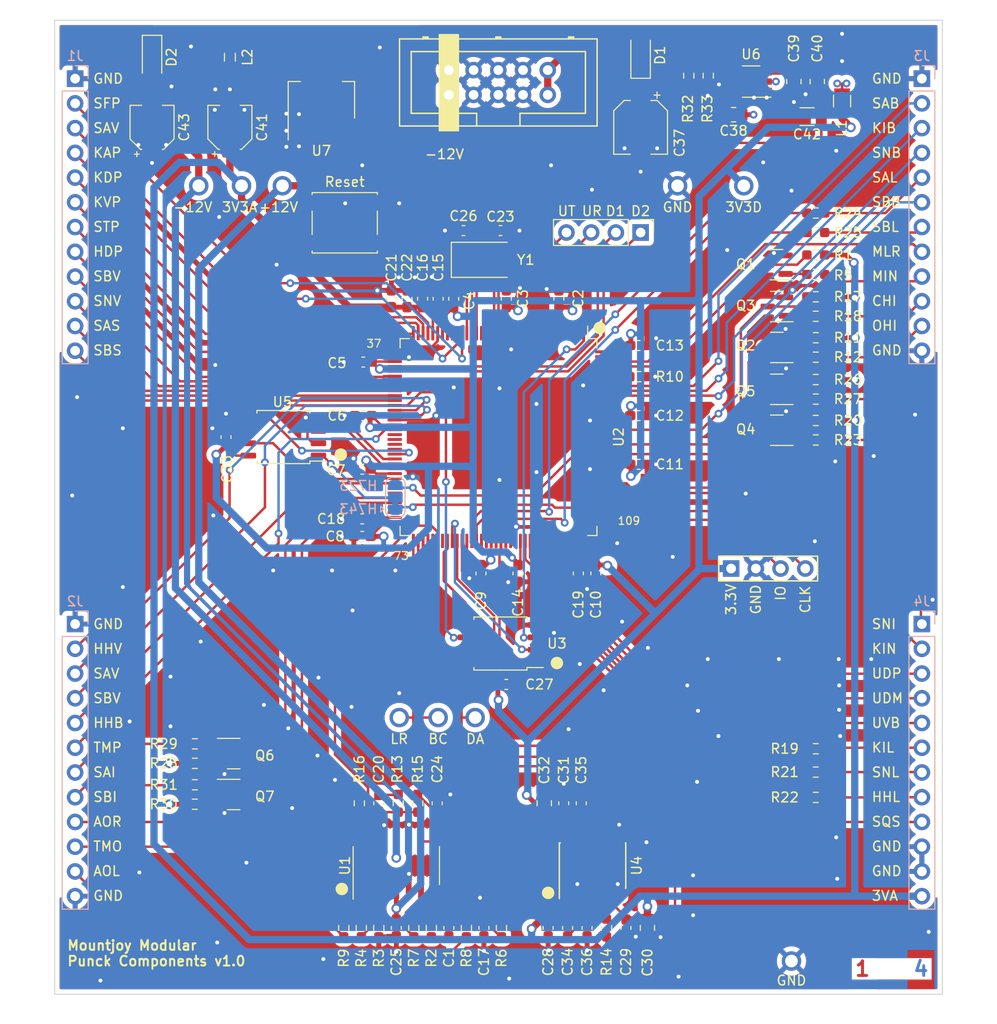
<source format=kicad_pcb>
(kicad_pcb (version 20211014) (generator pcbnew)
  (layers (0 "F.Cu" signal) (1 "In1.Cu" signal) (2 "In2.Cu" signal) (31 "B.Cu" signal) (34 "B.Paste" user) (35 "F.Paste" user) (36 "B.SilkS" user "B.Silkscreen") (37 "F.SilkS" user "F.Silkscreen") (38 "B.Mask" user) (39 "F.Mask" user) (44 "Edge.Cuts" user))
  (net 0 "")
  (net 1 "+3.3VA")
  (net 2 "/KICK_IN")
  (net 3 "/SN_BTN")
  (net 4 "/SN_LED")
  (net 5 "/HH_BTN")
  (net 6 "/HH_LED")
  (net 7 "/SA_BTN")
  (net 8 "/SA_LED")
  (net 9 "/SNARE_IN")
  (net 10 "GND")
  (net 11 "/KI_BTN")
  (net 12 "/KI_LED")
  (net 13 "/CH_IN")
  (net 14 "/SB_BTN")
  (net 15 "/SB_LED")
  (net 16 "/KICK_ATTACK_POT")
  (net 17 "/KICK_DECAY_POT")
  (net 18 "/KICK_VOL_POT")
  (net 19 "/SNARE_FILTER_POT")
  (net 20 "/SNARE_TUNING_POT")
  (net 21 "/SNARE_VOL_POT")
  (net 22 "/OH_IN")
  (net 23 "/HIHAT_DECAY_POT")
  (net 24 "/HIHAT_VOL_POT")
  (net 25 "/SAMPLER_A_VOICE_POT")
  (net 26 "/SAMPLER_A_SPEED_POT")
  (net 27 "/SAMPLER_A_VOL_POT")
  (net 28 "/SAMPLER_B_VOICE_POT")
  (net 29 "/SAMPLER_B_SPEED_POT")
  (net 30 "/SAMPLER_B_VOL_POT")
  (net 31 "/TEMPO_OUT")
  (net 32 "/USB_DP")
  (net 33 "/USB_DM")
  (net 34 "/USB_VBUS")
  (net 35 "/MIDI_IN")
  (net 36 "/MIDI_LEARN")
  (net 37 "/SEQ_SELECT")
  (net 38 "/TEMPO_POT")
  (net 39 "/AUDIO_OUT_R")
  (net 40 "/AUDIO_OUT_L")
  (net 41 "/SWCLK")
  (net 42 "/SWIO")
  (net 43 "+3V3")
  (net 44 "-12V")
  (net 45 "+12V")
  (net 46 "/VSW")
  (net 47 "/CB")
  (net 48 "Net-(Q1-Pad1)")
  (net 49 "/KICK_CLAMP")
  (net 50 "Net-(Q2-Pad1)")
  (net 51 "/SAMPLER_A_CLAMP")
  (net 52 "Net-(Q3-Pad1)")
  (net 53 "/SNARE_CLAMP")
  (net 54 "Net-(Q4-Pad1)")
  (net 55 "/SAMPLER_B_CLAMP")
  (net 56 "Net-(Q5-Pad1)")
  (net 57 "/CH_CLAMP")
  (net 58 "Net-(Q6-Pad1)")
  (net 59 "Net-(Q7-Pad1)")
  (net 60 "/OH_CLAMP")
  (net 61 "/SAMPLER_A_IN")
  (net 62 "/SAMPLER_B_IN")
  (net 63 "/KI_LED_OUT")
  (net 64 "/SN_LED_OUT")
  (net 65 "/HH_LED_OUT")
  (net 66 "Net-(RESET1-Pad1)")
  (net 67 "/SA_LED_OUT")
  (net 68 "/SB_LED_OUT")
  (net 69 "VCC")
  (net 70 "VEE")
  (net 82 "/DAC_DATA")
  (net 83 "/DAC1")
  (net 84 "/DAC2")
  (net 85 "/QSPI_CLK")
  (net 90 "/QSPI_BK2_IO0")
  (net 91 "/QSPI_BK2_IO1")
  (net 92 "/QSPI_BK2_IO2")
  (net 93 "/QSPI_BK2_IO3")
  (net 99 "/QSPI_BK1_IO0")
  (net 100 "/QSPI_BK1_IO1")
  (net 101 "/QSPI_BK1_IO3")
  (net 106 "/QSPI_BK1_NCS")
  (net 110 "Net-(C17-Pad1)")
  (net 113 "/QSPI_BK2_NCS")
  (net 117 "/DAC_BCLK")
  (net 126 "/DAC_LRCLK")
  (net 127 "/QSPI_BK1_IO2")
  (net 128 "/DAC_OUT_L")
  (net 129 "/DAC_OUT_R")
  (net 131 "Net-(C20-Pad1)")
  (net 132 "Net-(C23-Pad1)")
  (net 133 "Net-(C24-Pad1)")
  (net 134 "/FB")
  (net 135 "Net-(C35-Pad2)")
  (net 136 "/VO")
  (net 142 "/TEMPO_CLOCK")
  (net 143 "Net-(U1-Pad8)")
  (net 145 "/OCTOSPIM_P2_NCS")
  (net 146 "Net-(JP1-Pad2)")
  (net 147 "/UART_RX")
  (net 148 "/UART_TX")
  (net 149 "Net-(C1-Pad1)")
  (net 150 "Net-(C1-Pad2)")
  (net 151 "Net-(C18-Pad1)")
  (net 152 "Net-(C19-Pad1)")
  (net 153 "Net-(C20-Pad2)")
  (net 154 "Net-(C26-Pad1)")
  (net 155 "Net-(C34-Pad1)")
  (net 156 "Net-(C34-Pad2)")
  (net 157 "Net-(C36-Pad1)")
  (net 158 "/MIDI_UART")
  (net 159 "Net-(R3-Pad1)")
  (net 160 "Net-(R4-Pad1)")
  (net 161 "Net-(R10-Pad2)")
  (footprint "Resistor_SMD:R_0603_1608Metric_Pad0.98x0.95mm_HandSolder" (layer "F.Cu") (at 148.2 88.9 180)
    (fp_text reference "R27")
    (fp_text value "4k7")
  )
  (footprint "Resistor_SMD:R_0603_1608Metric_Pad0.98x0.95mm_HandSolder" (layer "F.Cu") (at 148.2 129.8 180)
    (fp_text reference "R22")
    (fp_text value "560")
  )
  (footprint "Resistor_SMD:R_0603_1608Metric_Pad0.98x0.95mm_HandSolder" (layer "F.Cu") (at 148.2 80.4 180)
    (fp_text reference "R18")
    (fp_text value "4k7")
  )
  (footprint "Resistor_SMD:R_0603_1608Metric_Pad0.98x0.95mm_HandSolder" (layer "F.Cu") (at 112.3 143.2 -90)
    (fp_text reference "R8")
    (fp_text value "1k")
  )
  (footprint "Custom_Footprints:Eurorack_10_pin_header" (layer "F.Cu") (at 110.5 57.6625)
    (fp_text reference "J7" hide)
    (fp_text value "Eurorack_10_pin_power")
  )
  (footprint "Capacitor_SMD:C_0603_1608Metric_Pad1.08x0.95mm_HandSolder" (layer "F.Cu") (at 116.4 78.6 -90)
    (fp_text reference "C3")
    (fp_text value "100nF")
  )
  (footprint "Resistor_SMD:R_0805_2012Metric" (layer "F.Cu") (at 148.35 56.3 -90)
    (fp_text reference "C40")
    (fp_text value "10uF")
  )
  (footprint "Package_TO_SOT_SMD:SOT-223-3_TabPin2" (layer "F.Cu") (at 97.4 58.2 90)
    (fp_text reference "U7")
    (fp_text value "LD1117-3.3-4Tab")
  )
  (footprint "Resistor_SMD:R_0603_1608Metric_Pad0.98x0.95mm_HandSolder" (layer "F.Cu") (at 148.2 78.4)
    (fp_text reference "R17")
    (fp_text value "4k7")
  )
  (footprint "Resistor_SMD:R_0603_1608Metric_Pad0.98x0.95mm_HandSolder" (layer "F.Cu") (at 84.4 126.3 180)
    (fp_text reference "R28")
    (fp_text value "4k7")
  )
  (footprint "Custom_Footprints:1.3mm_Test_Point" (layer "F.Cu") (at 145.7 146.6)
    (fp_text reference "TP9" hide)
    (fp_text value "TestPoint")
  )
  (footprint "Resistor_SMD:R_0603_1608Metric_Pad0.98x0.95mm_HandSolder" (layer "F.Cu") (at 148.2 76.1 180)
    (fp_text reference "R5")
    (fp_text value "4k7")
  )
  (footprint "Custom_Footprints:SSOP-20_4.4x6.5mm_Pitch0.65mm_Round_Pads" (layer "F.Cu") (at 125.3 136.8 90)
    (fp_text reference "U4")
    (fp_text value "PCM5100APW")
  )
  (footprint "Resistor_SMD:R_0805_2012Metric" (layer "F.Cu") (at 145.95 56.3 -90)
    (fp_text reference "C39")
    (fp_text value "10uF")
  )
  (footprint "Resistor_SMD:R_0805_2012Metric" (layer "F.Cu") (at 139.75 59.7 180)
    (fp_text reference "C38")
    (fp_text value "100nF")
  )
  (footprint "Resistor_SMD:R_0603_1608Metric_Pad0.98x0.95mm_HandSolder" (layer "F.Cu") (at 84.4 130.5 180)
    (fp_text reference "R30")
    (fp_text value "4k7")
  )
  (footprint "Capacitor_SMD:C_0603_1608Metric_Pad1.08x0.95mm_HandSolder" (layer "F.Cu") (at 122.7 143.2 -90)
    (fp_text reference "C34")
    (fp_text value "2.2uF")
  )
  (footprint "Capacitor_SMD:C_0603_1608Metric_Pad1.08x0.95mm_HandSolder" (layer "F.Cu") (at 125.6 106.8 90)
    (fp_text reference "C10")
    (fp_text value "100nF")
  )
  (footprint "Package_TO_SOT_SMD:SOT-23" (layer "F.Cu") (at 88.38625 125.3)
    (fp_text reference "Q6")
    (fp_text value "MMBT3904")
  )
  (footprint "Capacitor_SMD:C_0603_1608Metric_Pad1.08x0.95mm_HandSolder" (layer "F.Cu") (at 109.3 130.4 90)
    (fp_text reference "C24")
    (fp_text value "2n2")
  )
  (footprint "Custom_Footprints:1.3mm_Test_Point" (layer "F.Cu") (at 109.4 121.6)
    (fp_text reference "TP3" hide)
    (fp_text value "TestPoint")
  )
  (footprint "Resistor_SMD:R_0603_1608Metric_Pad0.98x0.95mm_HandSolder" (layer "F.Cu") (at 106.9 143.2 90)
    (fp_text reference "R7")
    (fp_text value "15k")
  )
  (footprint "Custom_Footprints:4_Layer_Markers" (layer "F.Cu") (at 156 147.4)
    (fp_text reference "FID1" hide)
    (fp_text value "4_Layer_Marker")
  )
  (footprint "Capacitor_SMD:C_0603_1608Metric_Pad1.08x0.95mm_HandSolder" (layer "F.Cu") (at 105.1 143.2 -90)
    (fp_text reference "C25")
    (fp_text value "2.2uF")
  )
  (footprint "Resistor_SMD:R_0603_1608Metric_Pad0.98x0.95mm_HandSolder" (layer "F.Cu") (at 148.2 69.8 180)
    (fp_text reference "R24")
    (fp_text value "560")
  )
  (footprint "Capacitor_SMD:C_0805_2012Metric" (layer "F.Cu") (at 120.3 130.4 90)
    (fp_text reference "C32")
    (fp_text value "10uF")
  )
  (footprint "Resistor_SMD:R_0603_1608Metric_Pad0.98x0.95mm_HandSolder" (layer "F.Cu") (at 135.15 55.7 90)
    (fp_text reference "R32")
    (fp_text value "33k")
  )
  (footprint "Resistor_SMD:R_0603_1608Metric_Pad0.98x0.95mm_HandSolder" (layer "F.Cu") (at 101.5 143.2 -90)
    (fp_text reference "R4")
    (fp_text value "10k")
  )
  (footprint "Custom_Footprints:1.3mm_Test_Point" (layer "F.Cu") (at 84.8 67)
    (fp_text reference "TP8" hide)
    (fp_text value "TestPoint")
  )
  (footprint "Capacitor_SMD:C_0603_1608Metric_Pad1.08x0.95mm_HandSolder" (layer "F.Cu") (at 87.6 92.8 90)
    (fp_text reference "C33")
    (fp_text value "100nF")
  )
  (footprint "Capacitor_SMD:C_0805_2012Metric" (layer "F.Cu") (at 130.9 143.2 -90)
    (fp_text reference "C30")
    (fp_text value "10uF")
  )
  (footprint "Resistor_SMD:R_0603_1608Metric_Pad0.98x0.95mm_HandSolder" (layer "F.Cu") (at 99.7 143.2 -90)
    (fp_text reference "R9")
    (fp_text value "1k")
  )
  (footprint "Capacitor_SMD:C_0603_1608Metric_Pad1.08x0.95mm_HandSolder" (layer "F.Cu") (at 111 78.6 -90)
    (fp_text reference "C4")
    (fp_text value "100nF")
  )
  (footprint "Capacitor_SMD:C_0603_1608Metric_Pad1.08x0.95mm_HandSolder" (layer "F.Cu") (at 122.3 130.4 90)
    (fp_text reference "C31")
    (fp_text value "100nF")
  )
  (footprint "Capacitor_SMD:C_0603_1608Metric_Pad1.08x0.95mm_HandSolder" (layer "F.Cu") (at 124.7 143.2 -90)
    (fp_text reference "C36")
    (fp_text value "2.2uF")
  )
  (footprint "Package_SO:SOIC-8_5.23x5.23mm_P1.27mm" (layer "F.Cu") (at 93.5 92.8 180)
    (fp_text reference "U5")
    (fp_text value "W25Q128JVS")
  )
  (footprint "Package_TO_SOT_SMD:SOT-23" (layer "F.Cu") (at 144.1625 75.1 180)
    (fp_text reference "Q1")
    (fp_text value "MMBT3904")
  )
  (footprint "Package_TO_SOT_SMD:SOT-23" (layer "F.Cu") (at 144.2 92.1 180)
    (fp_text reference "Q4")
    (fp_text value "MMBT3904")
  )
  (footprint "Custom_Footprints:1.3mm_Test_Point" (layer "F.Cu") (at 93.4 67)
    (fp_text reference "TP7" hide)
    (fp_text value "TestPoint")
  )
  (footprint "Resistor_SMD:R_0603_1608Metric_Pad0.98x0.95mm_HandSolder" (layer "F.Cu") (at 148.2 71.8 180)
    (fp_text reference "R25")
    (fp_text value "560")
  )
  (footprint "Resistor_SMD:R_0603_1608Metric_Pad0.98x0.95mm_HandSolder" (layer "F.Cu") (at 137.15 55.7 -90)
    (fp_text reference "R33")
    (fp_text value "10k")
  )
  (footprint "Custom_Footprints:L_0806" (layer "F.Cu") (at 150.9 58.3 -90)
    (fp_text reference "L1")
    (fp_text value "3.3uH")
  )
  (footprint "Package_TO_SOT_SMD:SOT-23" (layer "F.Cu") (at 88.38625 129.5)
    (fp_text reference "Q7")
    (fp_text value "MMBT3904")
  )
  (footprint "Resistor_SMD:R_0603_1608Metric" (layer "F.Cu") (at 130 86.6 180)
    (fp_text reference "R10")
    (fp_text value "100k")
  )
  (footprint "Package_SO:SOIC-14_3.9x8.7mm_P1.27mm" (layer "F.Cu") (at 105.1 136.8 90)
    (fp_text reference "U1")
    (fp_text value "TL074")
  )
  (footprint "Resistor_SMD:R_0603_1608Metric_Pad0.98x0.95mm_HandSolder" (layer "F.Cu") (at 101.3 130.4 90)
    (fp_text reference "R16")
    (fp_text value "1k")
  )
  (footprint "Capacitor_SMD:C_0603_1608Metric_Pad1.08x0.95mm_HandSolder" (layer "F.Cu") (at 130 95.6 180)
    (fp_text reference "C11")
    (fp_text value "100nF")
  )
  (footprint "Resistor_SMD:R_0603_1608Metric_Pad0.98x0.95mm_HandSolder" (layer "F.Cu") (at 105.3 130.4 -90)
    (fp_text reference "R13")
    (fp_text value "47k")
  )
  (footprint "Connector_PinHeader_2.54mm:PinHeader_1x04_P2.54mm_Vertical" (layer "F.Cu") (at 130.2 71.8 -90)
    (fp_text reference "J5" hide)
    (fp_text value "Debug_Header")
  )
  (footprint "Package_TO_SOT_SMD:SOT-23" (layer "F.Cu") (at 144.2 83.6 180)
    (fp_text reference "Q2")
    (fp_text value "MMBT3904")
  )
  (footprint "Resistor_SMD:R_0603_1608Metric_Pad0.98x0.95mm_HandSolder" (layer "F.Cu") (at 148.2 93.1 180)
    (fp_text reference "R23")
    (fp_text value "4k7")
  )
  (footprint "Capacitor_SMD:C_0603_1608Metric_Pad1.08x0.95mm_HandSolder" (layer "F.Cu") (at 101.7 90.6)
    (fp_text reference "C6")
    (fp_text value "100nF")
  )
  (footprint "Capacitor_SMD:C_0603_1608Metric_Pad1.08x0.95mm_HandSolder" (layer "F.Cu") (at 120.7 143.2 -90)
    (fp_text reference "C28")
    (fp_text value "100nF")
  )
  (footprint "Capacitor_SMD:C_0603_1608Metric_Pad1.08x0.95mm_HandSolder" (layer "F.Cu") (at 130 83.4 180)
    (fp_text reference "C13")
    (fp_text value "100nF")
  )
  (footprint "Package_TO_SOT_SMD:SOT-23" (layer "F.Cu") (at 144.2 87.9 180)
    (fp_text reference "Q5")
    (fp_text value "MMBT3904")
  )
  (footprint "Resistor_SMD:R_0603_1608Metric_Pad0.98x0.95mm_HandSolder" (layer "F.Cu") (at 103.3 143.2 -90)
    (fp_text reference "R3")
    (fp_text value "15k")
  )
  (footprint "Capacitor_SMD:C_0603_1608Metric_Pad1.08x0.95mm_HandSolder" (layer "F.Cu") (at 117.6 106.8 90)
    (fp_text reference "C14")
    (fp_text value "100nF")
  )
  (footprint "Package_QFP:LQFP-144_20x20mm_P0.5mm" (layer "F.Cu") (at 115.6 92.8 -90)
    (fp_text reference "U2")
    (fp_text value "STM32H743ZITx")
  )
  (footprint "Crystal:Crystal_SMD_5032-2Pin_5.0x3.2mm" (layer "F.Cu") (at 113.8 74.6)
    (fp_text reference "Y1")
    (fp_text value "8MHz 20pF")
  )
  (footprint "Capacitor_SMD:C_0603_1608Metric_Pad1.08x0.95mm_HandSolder" (layer "F.Cu") (at 103.3 130.4 -90)
    (fp_text reference "C20")
    (fp_text value "100pF")
  )
  (footprint "Capacitor_SMD:C_0603_1608Metric_Pad1.08x0.95mm_HandSolder" (layer "F.Cu") (at 107.8 78.6 -90)
    (fp_text reference "C16")
    (fp_text value "1uF")
  )
  (footprint "Diode_SMD:D_SOD-123" (layer "F.Cu") (at 130.2 53.7125 90)
    (fp_text reference "D1")
    (fp_text value "1N5819")
  )
  (footprint "Capacitor_SMD:C_0603_1608Metric_Pad1.08x0.95mm_HandSolder" (layer "F.Cu") (at 101.7 85.1)
    (fp_text reference "C5")
    (fp_text value "100nF")
  )
  (footprint "Resistor_SMD:R_0603_1608Metric_Pad0.98x0.95mm_HandSolder" (layer "F.Cu") (at 84.4 124.3)
    (fp_text reference "R29")
    (fp_text value "4k7")
  )
  (footprint "Custom_Footprints:1.3mm_Test_Point" (layer "F.Cu") (at 105.4 121.6)
    (fp_text reference "TP1" hide)
    (fp_text value "TestPoint")
  )
  (footprint "Resistor_SMD:R_0603_1608Metric_Pad0.98x0.95mm_HandSolder" (layer "F.Cu") (at 115.9 143.2 90)
    (fp_text reference "R6")
    (fp_text value "1k")
  )
  (footprint "Capacitor_SMD:C_0603_1608Metric_Pad1.08x0.95mm_HandSolder" (layer "F.Cu") (at 112 71.6 180)
    (fp_text reference "C26")
    (fp_text value "30pF")
  )
  (footprint "Resistor_SMD:R_0603_1608Metric_Pad0.98x0.95mm_HandSolder" (layer "F.Cu") (at 84.4 128.5)
    (fp_text reference "R31")
    (fp_text value "4k7")
  )
  (footprint "Resistor_SMD:R_0603_1608Metric_Pad0.98x0.95mm_HandSolder" (layer "F.Cu") (at 108.7 143.2 -90)
    (fp_text reference "R2")
    (fp_text value "47k")
  )
  (footprint "Capacitor_SMD:C_0603_1608Metric_Pad1.08x0.95mm_HandSolder" (layer "F.Cu") (at 116.4 118.2)
    (fp_text reference "C27")
    (fp_text value "100nF")
  )
  (footprint "Custom_Footprints:1.3mm_Test_Point" (layer "F.Cu") (at 89.2 67)
    (fp_text reference "TP6" hide)
    (fp_text value "TestPoint")
  )
  (footprint "Package_SO:SOIC-8_5.23x5.23mm_P1.27mm" (layer "F.Cu") (at 115.8 114 180)
    (fp_text reference "U3")
    (fp_text value "W25Q128JVS")
  )
  (footprint "Capacitor_SMD:CP_Elec_4x5.8" (layer "F.Cu") (at 88 61 90)
    (fp_text reference "C41")
    (fp_text value "22uF")
  )
  (footprint "Custom_Footprints:SW_SPST_EVQQ2" (layer "F.Cu") (at 99.8 70.8 180)
    (fp_text reference "RESET1" hide)
    (fp_text value "SW_Push")
  )
  (footprint "Resistor_SMD:R_0603_1608Metric_Pad0.98x0.95mm_HandSolder" (layer "F.Cu") (at 148.2 86.9)
    (fp_text reference "R26")
    (fp_text value "4k7")
  )
  (footprint "Resistor_SMD:R_1206_3216Metric" (layer "F.Cu") (at 147.3 59.9 180)
    (fp_text reference "C42")
    (fp_text value "47uF")
  )
  (footprint "Inductor_SMD:L_0805_2012Metric" (layer "F.Cu") (at 88 53.8 90)
    (fp_text reference "L2")
    (fp_text value "L")
  )
  (footprint "Package_TO_SOT_SMD:SOT-23" (layer "F.Cu") (at 144.2 79.4 180)
    (fp_text reference "Q3")
    (fp_text value "MMBT3904")
  )
  (footprint "Resistor_SMD:R_0603_1608Metric_Pad0.98x0.95mm_HandSolder" (layer "F.Cu") (at 148.2 84.6 180)
    (fp_text reference "R12")
    (fp_text value "4k7")
  )
  (footprint "Capacitor_SMD:C_0603_1608Metric_Pad1.08x0.95mm_HandSolder" (layer "F.Cu") (at 101.6 101.2 180)
    (fp_text reference "C18")
    (fp_text value "2.2uF")
  )
  (footprint "Capacitor_SMD:C_0603_1608Metric_Pad1.08x0.95mm_HandSolder" (layer "F.Cu") (at 113.8 106.8 90)
    (fp_text reference "C9")
    (fp_text value "100nF")
  )
  (footprint "Diode_SMD:D_SOD-123" (layer "F.Cu") (at 80 53.8 -90)
    (fp_text reference "D2")
    (fp_text value "1N5819")
  )
  (footprint "Capacitor_SMD:C_0603_1608Metric_Pad1.08x0.95mm_HandSolder" (layer "F.Cu") (at 128.7 143.2 -90)
    (fp_text reference "C29")
    (fp_text value "100nF")
  )
  (footprint "Resistor_SMD:R_0603_1608Metric_Pad0.98x0.95mm_HandSolder" (layer "F.Cu") (at 148.2 91.1)
    (fp_text reference "R20")
    (fp_text value "4k7")
  )
  (footprint "Capacitor_SMD:C_0603_1608Metric_Pad1.08x0.95mm_HandSolder" (layer "F.Cu") (at 124.1 130.4 -90)
    (fp_text reference "C35")
    (fp_text value "100nF")
  )
  (footprint "Capacitor_SMD:C_0603_1608Metric_Pad1.08x0.95mm_HandSolder" (layer "F.Cu") (at 101.6 96.1)
    (fp_text reference "C7")
    (fp_text value "100nF")
  )
  (footprint "Capacitor_SMD:C_0603_1608Metric_Pad1.08x0.95mm_HandSolder" (layer "F.Cu") (at 121.8 78.6 -90)
    (fp_text reference "C2")
    (fp_text value "4.7uF")
  )
  (footprint "Capacitor_SMD:CP_Elec_4x5.8" (layer "F.Cu") (at 80 61 90)
    (fp_text reference "C43")
    (fp_text value "22uF")
  )
  (footprint "Capacitor_SMD:C_0603_1608Metric_Pad1.08x0.95mm_HandSolder" (layer "F.Cu") (at 130 90.6 180)
    (fp_text reference "C12")
    (fp_text value "100nF")
  )
  (footprint "Resistor_SMD:R_0603_1608Metric_Pad0.98x0.95mm_HandSolder" (layer "F.Cu") (at 107.3 130.4 90)
    (fp_text reference "R15")
    (fp_text value "15k")
  )
  (footprint "Package_TO_SOT_SMD:SOT-23-6_Handsoldering" (layer "F.Cu") (at 141.55 56.3 180)
    (fp_text reference "U6")
    (fp_text value "TPS561201")
  )
  (footprint "Capacitor_SMD:C_0603_1608Metric_Pad1.08x0.95mm_HandSolder" (layer "F.Cu") (at 104.6 78.6 -90)
    (fp_text reference "C21")
    (fp_text value "1uF")
  )
  (footprint "Capacitor_SMD:C_0603_1608Metric_Pad1.08x0.95mm_HandSolder" (layer "F.Cu") (at 114.1 143.2 -90)
    (fp_text reference "C17")
    (fp_text value "2n2")
  )
  (footprint "Custom_Footprints:1.3mm_Test_Point" (layer "F.Cu") (at 140.8 67)
    (fp_text reference "TP5" hide)
    (fp_text value "TestPoint")
  )
  (footprint "Custom_Footprints:SWD_header" (layer "F.Cu") (at 139.5 106.3)
    (fp_text reference "J6" hide)
    (fp_text value "SWD_Header")
  )
  (footprint "Capacitor_SMD:CP_Elec_5x5.8" (layer "F.Cu") (at 130.2 61 -90)
    (fp_text reference "C37")
    (fp_text value "47uF")
  )
  (footprint "Capacitor_SMD:C_0603_1608Metric_Pad1.08x0.95mm_HandSolder" (layer "F.Cu") (at 123.8 106.8 -90)
    (fp_text reference "C19")
    (fp_text value "2.2uF")
  )
  (footprint "Capacitor_SMD:C_0603_1608Metric_Pad1.08x0.95mm_HandSolder" (layer "F.Cu") (at 106.2 78.6 -90)
    (fp_text reference "C22")
    (fp_text value "100nF")
  )
  (footprint "Resistor_SMD:R_0603_1608Metric_Pad0.98x0.95mm_HandSolder" (layer "F.Cu") (at 148.2 127.2 180)
    (fp_text reference "R21")
    (fp_text value "560")
  )
  (footprint "Capacitor_SMD:C_0603_1608Metric_Pad1.08x0.95mm_HandSolder" (layer "F.Cu") (at 101.6 103)
    (fp_text reference "C8")
    (fp_text value "100nF")
  )
  (footprint "Custom_Footprints:1.3mm_Test_Point" (layer "F.Cu") (at 113.2 121.6)
    (fp_text reference "TP2" hide)
    (fp_text value "TestPoint")
  )
  (footprint "Capacitor_SMD:C_0603_1608Metric_Pad1.08x0.95mm_HandSolder" (layer "F.Cu") (at 109.4 78.6 -90)
    (fp_text reference "C15")
    (fp_text value "100nF")
  )
  (footprint "Resistor_SMD:R_0603_1608Metric_Pad0.98x0.95mm_HandSolder" (layer "F.Cu") (at 148.2 82.6)
    (fp_text reference "R11")
    (fp_text value "4k7")
  )
  (footprint "Resistor_SMD:R_0603_1608Metric_Pad0.98x0.95mm_HandSolder" (layer "F.Cu") (at 126.7 143.2 90)
    (fp_text reference "R14")
    (fp_text value "1k")
  )
  (footprint "Resistor_SMD:R_0603_1608Metric_Pad0.98x0.95mm_HandSolder" (layer "F.Cu") (at 148.2 74.1)
    (fp_text reference "R1")
    (fp_text value "4k7")
  )
  (footprint "Capacitor_SMD:C_0603_1608Metric_Pad1.08x0.95mm_HandSolder" (layer "F.Cu") (at 110.5 143.2 -90)
    (fp_text reference "C1")
    (fp_text value "100pF")
  )
  (footprint "Resistor_SMD:R_0603_1608Metric_Pad0.98x0.95mm_HandSolder" (layer "F.Cu") (at 148.2 124.8 180)
    (fp_text reference "R19")
    (fp_text value "560")
  )
  (footprint "Custom_Footprints:1.3mm_Test_Point" (layer "F.Cu") (at 134 67)
    (fp_text reference "TP4" hide)
    (fp_text value "TestPoint")
  )
  (footprint "Capacitor_SMD:C_0603_1608Metric_Pad1.08x0.95mm_HandSolder" (layer "F.Cu") (at 115.8 71.6)
    (fp_text reference "C23")
    (fp_text value "30pF")
  )
  (footprint "Connector_PinHeader_2.54mm:PinHeader_1x12_P2.54mm_Vertical" (layer "B.Cu") (at 159.1 56 180)
    (fp_text reference "J3")
    (fp_text value "Conn_01x12_Female")
  )
  (footprint "Connector_PinHeader_2.54mm:PinHeader_1x12_P2.54mm_Vertical" (layer "B.Cu") (at 72.1 56 180)
    (fp_text reference "J1")
    (fp_text value "Conn_01x12_Female")
  )
  (footprint "Connector_PinHeader_2.54mm:PinHeader_1x12_P2.54mm_Vertical" (layer "B.Cu") (at 159.1 112 180)
    (fp_text reference "J4")
    (fp_text value "Conn_01x12_Female")
  )
  (footprint "Connector_PinHeader_2.54mm:PinHeader_1x12_P2.54mm_Vertical" (layer "B.Cu") (at 72.1 112 180)
    (fp_text reference "J2")
    (fp_text value "Conn_01x12_Female")
  )
  (footprint "Jumper:SolderJumper-3_P1.3mm_Bridged12_RoundedPad1.0x1.5mm" (layer "B.Cu") (at 105 99 90)
    (fp_text reference "JP1" hide)
    (fp_text value "QSPI2_NCS_Select")
  )
  (gr_circle (center 126 81.6) (end 126.565685 81.6) (layer "F.SilkS") (width 0.15) (fill solid))
  (gr_circle (center 99.5 139.2) (end 98.934315 139.2) (layer "F.SilkS") (width 0.15) (fill solid))
  (gr_circle (center 121.6 116) (end 122.165685 116) (layer "F.SilkS") (width 0.15) (fill solid))
  (gr_circle (center 99.4 94.6) (end 99.965685 94.6) (layer "F.SilkS") (width 0.15) (fill solid))
  (gr_circle (center 120.7 139.6) (end 121.265685 139.6) (layer "F.SilkS") (width 0.15) (fill solid))
  (gr_rect locked (start 70 50) (end 161.2 150) (layer "Edge.Cuts") (width 0.1) (fill none))
  (gr_text "H743" (at 101.2 100.2) (layer "B.SilkS") (effects (font (size 1 1)) (justify mirror)))
  (gr_text "H723" (at 101.2 97.8) (layer "B.SilkS") (effects (font (size 1 1)) (justify mirror)))
  (gr_text "KVP" (at 75.404762 68.681815) (layer "F.SilkS") (effects (font (size 1 1))))
  (gr_text "73" (at 105.6 105) (layer "F.SilkS") (effects (font (size 0.8 0.8) (thickness 0.12))))
  (gr_text "SBV" (at 75.380953 119.609089) (layer "F.SilkS") (effects (font (size 1 1))))
  (gr_text "KIB" (at 155.214286 61.072726) (layer "F.SilkS") (effects (font (size 1 1))))
  (gr_text "HHV" (at 75.452381 114.536363) (layer "F.SilkS") (effects (font (size 1 1))))
  (gr_text "KIN" (at 155.22381 114.536363) (layer "F.SilkS") (effects (font (size 1 1))))
  (gr_text "DA" (at 113.2 123.8) (layer "F.SilkS") (effects (font (size 1 1))))
  (gr_text "3V3D" (at 140.8 69.2) (layer "F.SilkS") (effects (font (size 1 1))))
  (gr_text "GND" (at 155.485714 137.36363) (layer "F.SilkS") (effects (font (size 1 1))))
  (gr_text "Reset" (at 99.8 66.6) (layer "F.SilkS") (effects (font (size 1 1))))
  (gr_text "KIL" (at 155.104762 124.681815) (layer "F.SilkS") (effects (font (size 1 1))))
  (gr_text "SAV" (at 75.309524 61.072726) (layer "F.SilkS") (effects (font (size 1 1))))
  (gr_text "MLR" (at 155.452381 73.754541) (layer "F.SilkS") (effects (font (size 1 1))))
  (gr_text "SNB" (at 155.476191 63.609089) (layer "F.SilkS") (effects (font (size 1 1))))
  (gr_text "GND" (at 155.5 83.9) (layer "F.SilkS") (effects (font (size 1 1))))
  (gr_text "SBI" (at 75.190476 129.754541) (layer "F.SilkS") (effects (font (size 1 1))))
  (gr_text "TMP" (at 75.428572 124.681815) (layer "F.SilkS") (effects (font (size 1 1))))
  (gr_text "MIN" (at 155.309524 76.290904) (layer "F.SilkS") (effects (font (size 1 1))))
  (gr_text "SBV" (at 75.380953 76.290904) (layer "F.SilkS") (effects (font (size 1 1))))
  (gr_text "UDM" (at 155.557143 119.609089) (layer "F.SilkS") (effects (font (size 1 1))))
  (gr_text "UDP" (at 155.485714 117.072726) (layer "F.SilkS") (effects (font (size 1 1))))
  (gr_text "SBL" (at 155.357143 71.218178) (layer "F.SilkS") (effects (font (size 1 1))))
  (gr_text "UR" (at 125.2 69.6) (layer "F.SilkS") (effects (font (size 1 1))))
  (gr_text "AOL" (at 75.333334 137.36363) (layer "F.SilkS") (effects (font (size 1 1))))
  (gr_text "SQS" (at 155.438095 132.290904) (layer "F.SilkS") (effects (font (size 1 1))))
  (gr_text "SAB" (at 155.380953 58.536363) (layer "F.SilkS") (effects (font (size 1 1))))
  (gr_text "GND" (at 145.7 148.6) (layer "F.SilkS") (effects (font (size 1 1))))
  (gr_text "Mountjoy Modular\nPunck Components v1.0" (at 71.2 145.8) (layer "F.SilkS") (effects (font (size 1 1) (thickness 0.2)) (justify left)))
  (gr_text "D2" (at 130.2 69.6) (layer "F.SilkS") (effects (font (size 1 1))))
  (gr_text "HHL" (at 155.414286 129.754541) (layer "F.SilkS") (effects (font (size 1 1))))
  (gr_text "3VA" (at 155.295238 139.9) (layer "F.SilkS") (effects (font (size 1 1))))
  (gr_text "GND" (at 75.5 112) (layer "F.SilkS") (effects (font (size 1 1))))
  (gr_text "GND" (at 134 69.2) (layer "F.SilkS") (effects (font (size 1 1))))
  (gr_text "SNL" (at 155.366667 127.218178) (layer "F.SilkS") (effects (font (size 1 1))))
  (gr_text "-12V" (at 84.2 69.2) (layer "F.SilkS") (effects (font (size 1 1))))
  (gr_text "HHB" (at 75.52381 122.145452) (layer "F.SilkS") (effects (font (size 1 1))))
  (gr_text "SNI" (at 155.2 112) (layer "F.SilkS") (effects (font (size 1 1))))
  (gr_text "+12V" (at 93 69.2) (layer "F.SilkS") (effects (font (size 1 1))))
  (gr_text "GND" (at 155.5 56) (layer "F.SilkS") (effects (font (size 1 1))))
  (gr_text "SNV" (at 75.404762 78.827267) (layer "F.SilkS") (effects (font (size 1 1))))
  (gr_text "STP" (at 75.333334 71.218178) (layer "F.SilkS") (effects (font (size 1 1))))
  (gr_text "SBB" (at 155.452381 68.681815) (layer "F.SilkS") (effects (font (size 1 1))))
  (gr_text "AOR" (at 75.428572 132.290904) (layer "F.SilkS") (effects (font (size 1 1))))
  (gr_text "CHI" (at 155.238096 78.827267) (layer "F.SilkS") (effects (font (size 1 1))))
  (gr_text "BC" (at 109.4 123.8) (layer "F.SilkS") (effects (font (size 1 1))))
  (gr_text "3V3A" (at 89 69.2) (layer "F.SilkS") (effects (font (size 1 1))))
  (gr_text "GND" (at 155.485714 134.827267) (layer "F.SilkS") (effects (font (size 1 1))))
  (gr_text "SFP" (at 75.380953 58.536363) (layer "F.SilkS") (effects (font (size 1 1))))
  (gr_text "SBS" (at 75.428572 83.9) (layer "F.SilkS") (effects (font (size 1 1))))
  (gr_text "OHI" (at 155.261905 81.36363) (layer "F.SilkS") (effects (font (size 1 1))))
  (gr_text "TMO" (at 75.452381 134.827267) (layer "F.SilkS") (effects (font (size 1 1))))
  (gr_text "HDP" (at 75.5 73.754541) (layer "F.SilkS") (effects (font (size 1 1))))
  (gr_text "LR" (at 105.4 123.8) (layer "F.SilkS") (effects (font (size 1 1))))
  (gr_text "SAL" (at 155.285715 66.145452) (layer "F.SilkS") (effects (font (size 1 1))))
  (gr_text "SAS" (at 75.357143 81.36363) (layer "F.SilkS") (effects (font (size 1 1))))
  (gr_text "37" (at 102.8 83.2) (layer "F.SilkS") (effects (font (size 0.8 0.8) (thickness 0.12))))
  (gr_text "KDP" (at 75.476191 66.145452) (layer "F.SilkS") (effects (font (size 1 1))))
  (gr_text "D1" (at 127.6 69.6) (layer "F.SilkS") (effects (font (size 1 1))))
  (gr_text "109" (at 129 101.4) (layer "F.SilkS") (effects (font (size 0.8 0.8) (thickness 0.12))))
  (gr_text "GND" (at 75.5 139.9) (layer "F.SilkS") (effects (font (size 1 1))))
  (gr_text "UT" (at 122.6 69.6) (layer "F.SilkS") (effects (font (size 1 1))))
  (gr_text "UVB" (at 155.414286 122.145452) (layer "F.SilkS") (effects (font (size 1 1))))
  (gr_text "SAI" (at 75.119048 127.218178) (layer "F.SilkS") (effects (font (size 1 1))))
  (gr_text "SAV" (at 75.309524 117.072726) (layer "F.SilkS") (effects (font (size 1 1))))
  (gr_text "KAP" (at 75.404762 63.609089) (layer "F.SilkS") (effects (font (size 1 1))))
  (gr_text "GND" (at 75.5 56) (layer "F.SilkS") (effects (font (size 1 1))))
  (segment (start 149.10625 74.1) (end 151.3 74.1) (width 0.5) (layer "F.Cu") (net 1))
  (segment (start 89.2 67) (end 89.2 68.414213) (width 0.75) (layer "F.Cu") (net 1))
  (segment (start 108.35 82.1375) (end 108.35 81.063588) (width 0.25) (layer "F.Cu") (net 1))
  (segment (start 104.6 79.4625) (end 106.2 79.4625) (width 0.5) (layer "F.Cu") (net 1))
  (segment (start 126.925 140.350361) (end 126.925 139.7) (width 0.25) (layer "F.Cu") (net 1))
  (segment (start 100.248287 79.4625) (end 104.6 79.4625) (width 0.75) (layer "F.Cu") (net 1))
  (segment (start 109.4 79.4625) (end 107.8 79.4625) (width 0.5) (layer "F.Cu") (net 1))
  (segment (start 130.9 142.25) (end 130.9 141) (width 0.75) (layer "F.Cu") (net 1))
  (segment (start 120.7 142.3375) (end 120.7 141.5875) (width 0.25) (layer "F.Cu") (net 1))
  (segment (start 122.375 139.9125) (end 122.375 139.7) (width 0.25) (layer "F.Cu") (net 1))
  (segment (start 89.2 68.414213) (end 100.248287 79.4625) (width 0.75) (layer "F.Cu") (net 1))
  (segment (start 149.1125 91.1) (end 152.2 91.1) (width 0.5) (layer "F.Cu") (net 1))
  (segment (start 88 54.8625) (end 88.4625 54.8625) (width 0.75) (layer "F.Cu") (net 1))
  (segment (start 149.1125 82.6) (end 152.2 82.6) (width 0.5) (layer "F.Cu") (net 1))
  (segment (start 83.4875 126.3) (end 81.78625 126.3) (width 0.5) (layer "F.Cu") (net 1))
  (segment (start 90.6 60.2) (end 88 62.8) (width 0.75) (layer "F.Cu") (net 1))
  (segment (start 149.1125 86.9) (end 152.2 86.9) (width 0.5) (layer "F.Cu") (net 1))
  (segment (start 88.4625 54.8625) (end 90.6 57) (width 0.75) (layer "F.Cu") (net 1))
  (segment (start 109.4 79.4625) (end 108.85 80.0125) (width 0.25) (layer "F.Cu") (net 1))
  (segment (start 151.3 74.1) (end 152.1 74.9) (width 0.5) (layer "F.Cu") (net 1))
  (segment (start 149.1125 78.4) (end 152.1 78.4) (width 0.5) (layer "F.Cu") (net 1))
  (segment (start 128.7 142.3375) (end 128.7 142.125361) (width 0.25) (layer "F.Cu") (net 1))
  (segment (start 90.6 57) (end 90.6 60.2) (width 0.75) (layer "F.Cu") (net 1))
  (segment (start 108.85 80.0125) (end 108.85 82.1375) (width 0.25) (layer "F.Cu") (net 1))
  (segment (start 108.35 81.063588) (end 106.748912 79.4625) (width 0.25) (layer "F.Cu") (net 1))
  (segment (start 120.7 141.5875) (end 122.375 139.9125) (width 0.25) (layer "F.Cu") (net 1))
  (segment (start 128.7 142.3375) (end 128.7875 142.25) (width 0.5) (layer "F.Cu") (net 1))
  (segment (start 88 65.8) (end 88 62.8) (width 0.75) (layer "F.Cu") (net 1))
  (segment (start 89.2 67) (end 88 65.8) (width 0.75) (layer "F.Cu") (net 1))
  (segment (start 106.2 79.4625) (end 107.8 79.4625) (width 0.5) (layer "F.Cu") (net 1))
  (segment (start 119.9625 142.3375) (end 119 143.3) (width 0.75) (layer "F.Cu") (net 1))
  (segment (start 83.4875 130.5) (end 81.78625 130.5) (width 0.5) (layer "F.Cu") (net 1))
  (segment (start 128.7 142.125361) (end 126.925 140.350361) (width 0.25) (layer "F.Cu") (net 1))
  (segment (start 120.7 142.3375) (end 119.9625 142.3375) (width 0.75) (layer "F.Cu") (net 1))
  (segment (start 128.7875 142.25) (end 130.9 142.25) (width 0.5) (layer "F.Cu") (net 1))
  (via (at 81.78625 126.3) (size 1) (drill 0.6) (layers "F.Cu" "B.Cu") (net 1))
  (via (at 152.2 86.9) (size 1) (drill 0.6) (layers "F.Cu" "B.Cu") (net 1))
  (via (at 119 143.3) (size 1) (drill 0.6) (layers "F.Cu" "B.Cu") (net 1))
  (via (at 152.2 91.1) (size 1) (drill 0.6) (layers "F.Cu" "B.Cu") (net 1))
  (via (at 81.78625 130.5) (size 1) (drill 0.6) (layers "F.Cu" "B.Cu") (net 1))
  (via (at 152.2 78.5) (size 1) (drill 0.6) (layers "F.Cu" "B.Cu") (net 1))
  (via (at 152.2 82.6) (size 1) (drill 0.6) (layers "F.Cu" "B.Cu") (net 1))
  (via (at 152.1 74.9) (size 1) (drill 0.6) (layers "F.Cu" "B.Cu") (net 1))
  (via (at 130.9 141) (size 1) (drill 0.6) (layers "F.Cu" "B.Cu") (net 1))
  (segment (start 130.16 139.94) (end 130.96 139.94) (width 0.75) (layer "B.Cu") (net 1))
  (segment (start 152.2 139.8) (end 152.06 139.94) (width 0.75) (layer "B.Cu") (net 1))
  (segment (start 130.9 140) (end 130.96 139.94) (width 0.75) (layer "B.Cu") (net 1))
  (segment (start 119 144.2) (end 119.2 144.4) (width 0.75) (layer "B.Cu") (net 1))
  (segment (start 130.96 139.94) (end 152.06 139.94) (width 0.75) (layer "B.Cu") (net 1))
  (segment (start 152.2 75) (end 152.1 74.9) (width 0.75) (layer "B.Cu") (net 1))
  (segment (start 119.2 144.4) (end 125.7 144.4) (width 0.75) (layer "B.Cu") (net 1))
  (segment (start 80.38625 126.3) (end 81.78625 126.3) (width 0.5) (layer "B.Cu") (net 1))
  (segment (start 86.8 64.6) (end 82.8 64.6) (width 0.75) (layer "B.Cu") (net 1))
  (segment (start 152.2 75) (end 152.2 139.8) (width 0.75) (layer "B.Cu") (net 1))
  (segment (start 90 144.4) (end 119.2 144.4) (width 0.75) (layer "B.Cu") (net 1))
  (segment (start 82.8 64.6) (end 80.2 67.2) (width 0.75) (layer "B.Cu") (net 1))
  (segment (start 119 143.3) (end 119 144.2) (width 0.75) (layer "B.Cu") (net 1))
  (segment (start 125.7 144.4) (end 130.16 139.94) (width 0.75) (layer "B.Cu") (net 1))
  (segment (start 89.2 67) (end 86.8 64.6) (width 0.75) (layer "B.Cu") (net 1))
  (segment (start 152.06 139.94) (end 159 139.94) (width 0.75) (layer "B.Cu") (net 1))
  (segment (start 81.78625 130.5) (end 80.38625 130.5) (width 0.5) (layer "B.Cu") (net 1))
  (segment (start 80.2 67.2) (end 80.2 134.6) (width 0.75) (layer "B.Cu") (net 1))
  (segment (start 80.2 134.6) (end 90 144.4) (width 0.75) (layer "B.Cu") (net 1))
  (segment (start 130.9 141) (end 130.9 140) (width 0.75) (layer "B.Cu") (net 1))
  (segment (start 157.1 112.64) (end 157.1 95.2) (width 0.25) (layer "F.Cu") (net 2))
  (segment (start 155 93.1) (end 149.1125 93.1) (width 0.25) (layer "F.Cu") (net 2))
  (segment (start 159 114.54) (end 157.1 112.64) (width 0.25) (layer "F.Cu") (net 2))
  (segment (start 157.1 95.2) (end 155 93.1) (width 0.25) (layer "F.Cu") (net 2))
  (segment (start 138.15 88.55) (end 138.2 88.6) (width 0.25) (layer "F.Cu") (net 3))
  (segment (start 126.2625 88.55) (end 138.15 88.55) (width 0.25) (layer "F.Cu") (net 3))
  (via (at 138.2 88.6) (size 0.8) (drill 0.4) (layers "F.Cu" "B.Cu") (net 3))
  (segment (start 139.8 87) (end 138.2 88.6) (width 0.25) (layer "B.Cu") (net 3))
  (segment (start 159 63.62) (end 158.78 63.62) (width 0.25) (layer "B.Cu") (net 3))
  (segment (start 158.78 63.62) (end 139.8 82.6) (width 0.25) (layer "B.Cu") (net 3))
  (segment (start 139.8 82.6) (end 139.8 87) (width 0.25) (layer "B.Cu") (net 3))
  (segment (start 149.1125 127.2) (end 158.96 127.2) (width 0.25) (layer "F.Cu") (net 4))
  (segment (start 158.96 127.2) (end 159 127.24) (width 0.25) (layer "F.Cu") (net 4))
  (segment (start 104.9375 97.55) (end 96.61 97.55) (width 0.25) (layer "F.Cu") (net 5))
  (segment (start 96.61 97.55) (end 72 122.16) (width 0.25) (layer "F.Cu") (net 5))
  (segment (start 155.4925 129.78) (end 155.4725 129.8) (width 0.25) (layer "F.Cu") (net 6))
  (segment (start 155.4725 129.8) (end 149.1125 129.8) (width 0.25) (layer "F.Cu") (net 6))
  (segment (start 159 129.78) (end 155.4925 129.78) (width 0.25) (layer "F.Cu") (net 6))
  (segment (start 135.65 87.55) (end 138.2 85) (width 0.25) (layer "F.Cu") (net 7))
  (segment (start 126.2625 87.55) (end 135.65 87.55) (width 0.25) (layer "F.Cu") (net 7))
  (via (at 138.2 85) (size 0.8) (drill 0.4) (layers "F.Cu" "B.Cu") (net 7))
  (segment (start 157.86 58.54) (end 138.2 78.2) (width 0.25) (layer "B.Cu") (net 7))
  (segment (start 159 58.54) (end 157.86 58.54) (width 0.25) (layer "B.Cu") (net 7))
  (segment (start 138.2 78.2) (end 138.2 85) (width 0.25) (layer "B.Cu") (net 7))
  (segment (start 149.1125 69.8) (end 155.36 69.8) (width 0.25) (layer "F.Cu") (net 8))
  (segment (start 155.36 69.8) (end 159 66.16) (width 0.25) (layer "F.Cu") (net 8))
  (segment (start 153.9 88.9) (end 149.1125 88.9) (width 0.25) (layer "F.Cu") (net 9))
  (segment (start 159 94) (end 153.9 88.9) (width 0.25) (layer "F.Cu") (net 9))
  (segment (start 159 94) (end 159 112) (width 0.25) (layer "F.Cu") (net 9))
  (segment (start 124.975 130.4125) (end 124.1 129.5375) (width 0.25) (layer "F.Cu") (net 10))
  (segment (start 124.975 133.9) (end 124.975 130.4125) (width 0.25) (layer "F.Cu") (net 10))
  (segment (start 125.05 96.05) (end 125 96.1) (width 0.25) (layer "F.Cu") (net 10))
  (segment (start 123.675 139.7) (end 123.675 138.725) (width 0.25) (layer "F.Cu") (net 10))
  (segment (start 123.675 138.725) (end 123.7 138.7) (width 0.25) (layer "F.Cu") (net 10))
  (segment (start 123.1 130.3375) (end 122.3 129.5375) (width 0.25) (layer "F.Cu") (net 10))
  (segment (start 104.9375 96.05) (end 106 96.05) (width 0.25) (layer "F.Cu") (net 10))
  (segment (start 128.225 132.825) (end 128 132.6) (width 0.25) (layer "F.Cu") (net 10))
  (segment (start 126.2625 96.05) (end 125.05 96.05) (width 0.25) (layer "F.Cu") (net 10))
  (segment (start 116.85 83.75) (end 116.9 83.8) (width 0.25) (layer "F.Cu") (net 10))
  (segment (start 106.35 84.55) (end 106.4 84.6) (width 0.25) (layer "F.Cu") (net 10))
  (segment (start 124.8 106.8625) (end 125.6 107.6625) (width 0.25) (layer "F.Cu") (net 10))
  (segment (start 104.9375 91.05) (end 108.75 91.05) (width 0.25) (layer "F.Cu") (net 10))
  (segment (start 116.85 82.1375) (end 116.85 83.75) (width 0.25) (layer "F.Cu") (net 10))
  (segment (start 123.85 103.4625) (end 123.85 104.265685) (width 0.25) (layer "F.Cu") (net 10))
  (segment (start 128.225 133.9) (end 128.225 132.825) (width 0.25) (layer "F.Cu") (net 10))
  (segment (start 123.85 104.265685) (end 124.8 105.215685) (width 0.25) (layer "F.Cu") (net 10))
  (segment (start 125.05 91.05) (end 125 91.1) (width 0.25) (layer "F.Cu") (net 10))
  (segment (start 107.690685 84.6) (end 106.4 84.6) (width 0.25) (layer "F.Cu") (net 10))
  (segment (start 104.9375 84.55) (end 106.35 84.55) (width 0.25) (layer "F.Cu") (net 10))
  (segment (start 109.35 82.940685) (end 107.690685 84.6) (width 0.25) (layer "F.Cu") (net 10))
  (segment (start 109.35 82.1375) (end 109.35 82.940685) (width 0.25) (layer "F.Cu") (net 10))
  (segment (start 117.35 103.4625) (end 117.35 102.05) (width 0.25) (layer "F.Cu") (net 10))
  (segment (start 111.85 106.55) (end 112.6 107.3) (width 0.25) (layer "F.Cu") (net 10))
  (segment (start 123.1 133.825) (end 123.1 130.3375) (width 0.25) (layer "F.Cu") (net 10))
  (segment (start 111.85 103.4625) (end 111.85 106.55) (width 0.25) (layer "F.Cu") (net 10))
  (segment (start 127.575 133.9) (end 127.575 133.025) (width 0.25) (layer "F.Cu") (net 10))
  (segment (start 117.35 102.05) (end 117.4 102) (width 0.25) (layer "F.Cu") (net 10))
  (segment (start 126.2625 91.05) (end 125.05 91.05) (width 0.25) (layer "F.Cu") (net 10))
  (segment (start 124.8 105.215685) (end 124.8 106.8625) (width 0.25) (layer "F.Cu") (net 10))
  (segment (start 108.75 91.05) (end 109.2 90.6) (width 0.25) (layer "F.Cu") (net 10))
  (segment (start 123.025 133.9) (end 123.1 133.825) (width 0.25) (layer "F.Cu") (net 10))
  (segment (start 127.575 133.025) (end 128 132.6) (width 0.25) (layer "F.Cu") (net 10))
  (segment (start 106 96.05) (end 106.8 96.85) (width 0.25) (layer "F.Cu") (net 10))
  (via (at 94.4 130.9) (size 0.8) (drill 0.4) (layers "F.Cu" "B.Cu") (net 10))
  (via (at 135.6 137.8) (size 0.8) (drill 0.4) (layers "F.Cu" "B.Cu") (net 10))
  (via (at 84 52.7) (size 0.8) (drill 0.4) (layers "F.Cu" "B.Cu") (net 10))
  (via (at 145.7 67.5) (size 0.8) (drill 0.4) (layers "F.Cu" "B.Cu") (net 10))
  (via (at 123.95 116.1) (size 0.8) (drill 0.4) (layers "F.Cu" "B.Cu") (net 10))
  (via (at 132.25 144.15) (size 0.8) (drill 0.4) (layers "F.Cu" "B.Cu") (net 10))
  (via (at 131.8 95.6) (size 0.8) (drill 0.4) (layers "F.Cu" "B.Cu") (net 10))
  (via (at 85 113.8) (size 0.8) (drill 0.4) (layers "F.Cu" "B.Cu") (net 10))
  (via (at 147.15 57.6) (size 0.8) (drill 0.4) (layers "F.Cu" "B.Cu") (net 10))
  (via (at 105.4 119.1) (size 0.8) (drill 0.4) (layers "F.Cu" "B.Cu") (net 10))
  (via (at 115.7 97.2) (size 0.8) (drill 0.4) (layers "F.Cu" "B.Cu") (net 10))
  (via (at 128.3 111.75) (size 0.8) (drill 0.4) (layers "F.Cu" "B.Cu") (net 10))
  (via (at 145.15 90.15) (size 0.8) (drill 0.4) (layers "F.Cu" "B.Cu") (net 10))
  (via (at 150.55 115.6) (size 0.8) (drill 0.4) (layers "F.Cu" "B.Cu") (net 10))
  (via (at 97.1 117.5) (size 0.8) (drill 0.4) (layers "F.Cu" "B.Cu") (net 10))
  (via (at 108.75 76.35) (size 0.8) (drill 0.4) (layers "F.Cu" "B.Cu") (net 10))
  (via (at 103.85 132.65) (size 0.8) (drill 0.4) (layers "F.Cu" "B.Cu") (net 10))
  (via (at 131.8 90.6) (size 0.8) (drill 0.4) (layers "F.Cu" "B.Cu") (net 10))
  (via (at 103.15 77.75) (size 0.8) (drill 0.4) (layers "F.Cu" "B.Cu") (net 10))
  (via (at 86.45 59.2) (size 0.8) (drill 0.4) (layers "F.Cu" "B.Cu") (net 10))
  (via (at 139.1 73.6) (size 0.8) (drill 0.4) (layers "F.Cu" "B.Cu") (net 10))
  (via (at 89.5 59.2) (size 0.8) (drill 0.4) (layers "F.Cu" "B.Cu") (net 10))
  (via (at 99.85 68.8) (size 0.8) (drill 0.4) (layers "F.Cu" "B.Cu") (net 10))
  (via (at 92.45 106.5) (size 0.8) (drill 0.4) (layers "F.Cu" "B.Cu") (net 10))
  (via (at 134.1 148.2) (size 0.8) (drill 0.4) (layers "F.Cu" "B.Cu") (net 10))
  (via (at 95.1 59.65) (size 0.8) (drill 0.4) (layers "F.Cu" "B.Cu") (net 10))
  (via (at 99.7 85.1) (size 0.8) (drill 0.4) (layers "F.Cu" "B.Cu") (net 10))
  (via (at 93.8 61.35) (size 0.8) (drill 0.4) (layers "F.Cu" "B.Cu") (net 10))
  (via (at 122.3 128.4) (size 0.8) (drill 0.4) (layers "F.Cu" "B.Cu") (net 10))
  (via (at 125 96.1) (size 0.8) (drill 0.4) (layers "F.Cu" "B.Cu") (net 10))
  (via (at 129.7 144.1) (size 0.8) (drill 0.4) (layers "F.Cu" "B.Cu") (net 10))
  (via (at 160.2 109.5) (size 0.8) (drill 0.4) (layers "F.Cu" "B.Cu") (net 10))
  (via (at 93.8 59.6) (size 0.8) (drill 0.4) (layers "F.Cu" "B.Cu") (net 10))
  (via (at 71.8 98.8) (size 0.8) (drill 0.4) (layers "F.Cu" "B.Cu") (net 10))
  (via (at 88 57.1) (size 0.8) (drill 0.4) (layers "F.Cu" "B.Cu") (net 10))
  (via (at 153.9 115.6) (size 0.8) (drill 0.4) (layers "F.Cu" "B.Cu") (net 10))
  (via (at 130.2 65.55) (size 0.8) (drill 0.4) (layers "F.Cu" "B.Cu") (net 10))
  (via (at 86.2 91.9) (size 0.8) (drill 0.4) (layers "F.Cu" "B.Cu") (net 10))
  (via (at 143.9 73.9) (size 0.8) (drill 0.4) (layers "F.Cu" "B.Cu") (net 10))
  (via (at 135.6 141.9) (size 0.8) (drill 0.4) (layers "F.Cu" "B.Cu") (net 10))
  (via (at 80 64.65) (size 0.8) (drill 0.4) (layers "F.Cu" "B.Cu") (net 10))
  (via (at 150.7 123.5) (size 0.8) (drill 0.4) (layers "F.Cu" "B.Cu") (net 10))
  (via (at 110.65 129.5) (size 0.8) (drill 0.4) (layers "F.Cu" "B.Cu") (net 10))
  (via (at 128.55 63.15) (size 0.8) (drill 0.4) (layers "F.Cu" "B.Cu") (net 10))
  (via (at 117.4 102) (size 0.8) (drill 0.4) (layers "F.Cu" "B.Cu") (net 10))
  (via (at 95.8 90.8) (size 0.8) (drill 0.4) (layers "F.Cu" "B.Cu") (net 10))
  (via (at 143.15 57.95) (size 0.8) (drill 0.4) (layers "F.Cu" "B.Cu") (net 10))
  (via (at 86.5 57.1) (size 0.8) (drill 0.4) (layers "F.Cu" "B.Cu") (net 10))
  (via (at 77.7 122) (size 0.8) (drill 0.4) (layers "F.Cu" "B.Cu") (net 10))
  (via (at 100.7 95) (size 0.8) (drill 0.4) (layers "F.Cu" "B.Cu") (net 10))
  (via (at 119.5 89.4) (size 0.8) (drill 0.4) (layers "F.Cu" "B.Cu") (net 10))
  (via (at 130.95 114.45) (size 0.8) (drill 0.4) (layers "F.Cu" "B.Cu") (net 10))
  (via (at 137.1 57.75) (size 0.8) (drill 0.4) (layers "F.Cu" "B.Cu") (net 10))
  (via (at 86.5 85.4) (size 0.8) (drill 0.4) (layers "F.Cu" "B.Cu") (net 10))
  (via (at 154.15 94.75) (size 0.8) (drill 0.4) (layers "F.Cu" "B.Cu") (net 10))
  (via (at 116.7 148.4) (size 0.8) (drill 0.4) (layers "F.Cu" "B.Cu") (net 10))
  (via (at 101.6 64.9) (size 0.8) (drill 0.4) (layers "F.Cu" "B.Cu") (net 10))
  (via (at 130.8 134.4) (size 0.8) (drill 0.4) (layers "F.Cu" "B.Cu") (net 10))
  (via (at 126.4 118.8) (size 0.8) (drill 0.4) (layers "F.Cu" "B.Cu") (net 10))
  (via (at 106.4 137.65) (size 0.8) (drill 0.4) (layers "F.Cu" "B.Cu") (net 10))
  (via (at 107 76.4) (size 0.8) (drill 0.4) (layers "F.Cu" "B.Cu") (net 10))
  (via (at 145.1 81.7) (size 0.8) (drill 0.4) (layers "F.Cu" "B.Cu") (net 10))
  (via (at 92.8 75.1) (size 0.8) (drill 0.4) (layers "F.Cu" "B.Cu") (net 10))
  (via (at 81.9 117.4) (size 0.8) (drill 0.4) (layers "F.Cu" "B.Cu") (net 10))
  (via (at 112.6 107.3) (size 0.8) (drill 0.4) (layers "F.Cu" "B.Cu") (net 10))
  (via (at 131.8 82.65) (size 0.8) (drill 0.4) (layers "F.Cu" "B.Cu") (net 10))
  (via (at 99.5 101.2) (size 0.8) (drill 0.4) (layers "F.Cu" "B.Cu") (net 10))
  (via (at 116.6 107.7) (size 0.8) (drill 0.4) (layers "F.Cu" "B.Cu") (net 10))
  (via (at 94 122.7) (size 0.8) (drill 0.4) (layers "F.Cu" "B.Cu") (net 10))
  (via (at 109.2 90.6) (size 0.8) (drill 0.4) (layers "F.Cu" "B.Cu") (net 10))
  (via (at 78.7 137.5) (size 0.8) (drill 0.4) (layers "F.Cu" "B.Cu") (net 10))
  (via (at 144.4 115.6) (size 0.8) (drill 0.4) (layers "F.Cu" "B.Cu") (net 10))
  (via (at 135 118.3) (size 0.8) (drill 0.4) (layers "F.Cu" "B.Cu") (net 10))
  (via (at 137.1 115.6) (size 0.8) (drill 0.4) (layers "F.Cu" "B.Cu") (net 10))
  (via (at 89.7 136.5) (size 0.8) (drill 0.4) (layers "F.Cu" "B.Cu") (net 10))
  (via (at 142.8 64.6) (size 0.8) (drill 0.4) (layers "F.Cu" "B.Cu") (net 10))
  (via (at 106.4 84.6) (size 0.8) (drill 0.4) (layers "F.Cu" "B.Cu") (net 10))
  (via (at 119.5 96.4) (size 0.8) (drill 0.4) (layers "F.Cu" "B.Cu") (net 10))
  (via (at 136.1 120.9) (size 0.8) (drill 0.4) (layers "F.Cu" "B.Cu") (net 10))
  (via (at 123.7 138.7) (size 0.8) (drill 0.4) (layers "F.Cu" "B.Cu") (net 10))
  (via (at 100.5 120.5) (size 0.8) (drill 0.4) (layers "F.Cu" "B.Cu") (net 10))
  (via (at 148.1 103.5) (size 0.8) (drill 0.4) (layers "F.Cu" "B.Cu") (net 10))
  (via (at 133.5 105.1) (size 0.8) (drill 0.4) (layers "F.Cu" "B.Cu") (net 10))
  (via (at 124.7 108.4) (size 0.8) (drill 0.4) (layers "F.Cu" "B.Cu") (net 10))
  (via (at 99.5 103) (size 0.8) (drill 0.4) (layers "F.Cu" "B.Cu") (net 10))
  (via (at 86.3 100.85) (size 0.8) (drill 0.4) (layers "F.Cu" "B.Cu") (net 10))
  (via (at 120.75 145.5) (size 0.8) (drill 0.4) (layers "F.Cu" "B.Cu") (net 10))
  (via (at 158.4 90.5) (size 0.8) (drill 0.4) (layers "F.Cu" "B.Cu") (net 10))
  (via (at 77 108.2) (size 0.8) (drill 0.4) (layers "F.Cu" "B.Cu") (net 10))
  (via (at 97 125.5) (size 0.8) (drill 0.4) (layers "F.Cu" "B.Cu") (net 10))
  (via (at 121.3 112.9) (size 0.8) (drill 0.4) (layers "F.Cu" "B.Cu") (net 10))
  (via (at 125.2 67.4) (size 0.8) (drill 0.4) (layers "F.Cu" "B.Cu") (net 10))
  (via (at 150.9 51.4) (size 0.8) (drill 0.4) (layers "F.Cu" "B.Cu") (net 10))
  (via (at 122.8 122.8) (size 0.8) (drill 0.4) (layers "F.Cu" "B.Cu") (net 10))
  (via (at 124.7 145.5) (size 0.8) (drill 0.4) (layers "F.Cu" "B.Cu") (net 10))
  (via (at 106.8 96.85) (size 0.8) (drill 0.4) (layers "F.Cu" "B.Cu") (net 10))
  (via (at 150.6 118.3) (size 0.8) (drill 0.4) (layers "F.Cu" "B.Cu") (net 10))
  (via (at 141.85 57.95) (size 0.8) (drill 0.4) (layers "F.Cu" "B.Cu") (net 10))
  (via (at 87.6 90.4) (size 0.8) (drill 0.4) (layers "F.Cu" "B.Cu") (net 10))
  (via (at 136 128.2) (size 0.8) (drill 0.4) (layers "F.Cu" "B.Cu") (net 10))
  (via (at 97.6 146.4) (size 0.8) (drill 0.4) (layers "F.Cu" "B.Cu") (net 10))
  (via (at 141 98.6) (size 0.8) (drill 0.4) (layers "F.Cu" "B.Cu") (net 10))
  (via (at 105 106.5) (size 0.8) (drill 0.4) (layers "F.Cu" "B.Cu") (net 10))
  (via (at 150.6 120.8) (size 0.8) (drill 0.4) (layers "F.Cu" "B.Cu") (net 10))
  (via (at 145.8 77.7) (size 0.8) (drill 0.4) (layers "F.Cu" "B.Cu") (net 10))
  (via (at 87.45 127.4) (size 0.8) (drill 0.4) (layers "F.Cu" "B.Cu") (net 10))
  (via (at 100.6 110.6) (size 0.8) (drill 0.4) (layers "F.Cu" "B.Cu") (net 10))
  (via (at 82 56.8) (size 0.8) (drill 0.4) (layers "F.Cu" "B.Cu") (net 10))
  (via (at 87.44875 131.4) (size 0.8) (drill 0.4) (layers "F.Cu" "B.Cu") (net 10))
  (via (at 93.8 63) (size 0.8) (drill 0.4) (layers "F.Cu" "B.Cu") (net 10))
  (via (at 110.1 71.6) (size 0.8) (drill 0.4) (layers "F.Cu" "B.Cu") (net 10))
  (via (at 86.7 144.7) (size 0.8) (drill 0.4) (layers "F.Cu" "B.Cu") (net 10))
  (via (at 86.9 70.2) (size 0.8) (drill 0.4) (layers "F.Cu" "B.Cu") (net 10))
  (via (at 131.9 63.15) (size 0.8) (drill 0.4) (layers "F.Cu" "B.Cu") (net 10))
  (via (at 77 91.9) (size 0.8) (drill 0.4) (layers "F.Cu" "B.Cu") (net 10))
  (via (at 145.95 58.4) (size 0.8) (drill 0.4) (layers "F.Cu" "B.Cu") (net 10))
  (via (at 95.1 62.95) (size 0.8) (drill 0.4) (layers "F.Cu" "B.Cu") (net 10))
  (via (at 98.5 106.5) (size 0.8) (drill 0.4) (layers "F.Cu" "B.Cu") (net 10))
  (via (at 103.4 52.8) (size 0.8) (drill 0.4) (layers "F.Cu" "B.Cu") (net 10))
  (via (at 150.9 54.2) (size 0.8) (drill 0.4) (layers "F.Cu" "B.Cu") (net 10))
  (via (at 105.35 76.4) (size 0.8) (drill 0.4) (layers "F.Cu" "B.Cu") (net 10))
  (via (at 138.2 123.5) (size 0.8) (drill 0.4) (layers "F.Cu" "B.Cu") (net 10))
  (via (at 131.7 86.6) (size 0.8) (drill 0.4) (layers "F.Cu" "B.Cu") (net 10))
  (via (at 115.7 87.8) (size 0.8) (drill 0.4) (layers "F.Cu" "B.Cu") (net 10))
  (via (at 116.9 83.8) (size 0.8) (drill 0.4) (layers "F.Cu" "B.Cu") (net 10))
  (via (at 125 91.1) (size 0.8) (drill 0.4) (layers "F.Cu" "B.Cu") (net 10))
  (via (at 74.7 148.6) (size 0.8) (drill 0.4) (layers "F.Cu" "B.Cu") (net 10))
  (via (at 91.5 120.3) (size 0.8) (drill 0.4) (layers "F.Cu" "B.Cu") (net 10))
  (via (at 145.15 85.75) (size 0.8) (drill 0.4) (layers "F.Cu" "B.Cu") (net 10))
  (via (at 121 64.9) (size 0.8) (drill 0.4) (layers "F.Cu" "B.Cu") (net 10))
  (via (at 113.7 140.1) (size 0.8) (drill 0.4) (layers "F.Cu" "B.Cu") (net 10))
  (via (at 150.2 95.3) (size 0.8) (drill 0.4) (layers "F.Cu" "B.Cu") (net 10))
  (via (at 72.3 88.7) (size 0.8) (drill 0.4) (layers "F.Cu" "B.Cu") (net 10))
  (via (at 117.75 71.6) (size 0.8) (drill 0.4) (layers "F.Cu" "B.Cu") (net 10))
  (via (at 138.25 56.6) (size 0.8) (drill 0.4) (layers "F.Cu" "B.Cu") (net 10))
  (via (at 117.8 77.5) (size 0.8) (drill 0.4) (layers "F.Cu" "B.Cu") (net 10))
  (via (at 127.85 138.7) (size 0.8) (drill 0.4) (layers "F.Cu" "B.Cu") (net 10))
  (via (at 105.4 68.8) (size 0.8) (drill 0.4) (layers "F.Cu" "B.Cu") (net 10))
  (via (at 150.3 133.9) (size 0.8) (drill 0.4) (layers "F.Cu" "B.Cu") (net 10))
  (via (at 128 132.6) (size 0.8) (drill 0.4) (layers "F.Cu" "B.Cu") (net 10))
  (via (at 159.8 143.6) (size 0.8) (drill 0.4) (layers "F.Cu" "B.Cu") (net 10))
  (via (at 150.3 63.4) (size 0.8) (drill 0.4) (layers "F.Cu" "B.Cu") (net 10))
  (via (at 127.8 103.7) (size 0.8) (drill 0.4) (layers "F.Cu" "B.Cu") (net 10))
  (via (at 105.1 145.65) (size 0.8) (drill 0.4) (layers "F.Cu" "B.Cu") (net 10))
  (via (at 150.4 138.15) (size 0.8) (drill 0.4) (layers "F.Cu" "B.Cu") (net 10))
  (via (at 99.8 90.6) (size 0.8) (drill 0.4) (layers "F.Cu" "B.Cu") (net 10))
  (via (at 120.55 77.6) (size 0.8) (drill 0.4) (layers "F.Cu" "B.Cu") (net 10))
  (via (at 98.8 128) (size 0.8) (drill 0.4) (layers "F.Cu" "B.Cu") (net 10))
  (via (at 81.9 122.5) (size 0.8) (drill 0.4) (layers "F.Cu" "B.Cu") (net 10))
  (via (at 78.6 62.8) (size 0.8) (drill 0.4) (layers "F.Cu" "B.Cu") (net 10))
  (via (at 81.45 62.8) (size 0.8) (drill 0.4) (layers "F.Cu" "B.Cu") (net 10))
  (via (at 124.3 87.5) (size 0.8) (drill 0.4) (layers "F.Cu" "B.Cu") (net 10))
  (via (at 106.4 132.6) (size 0.8) (drill 0.4) (layers "F.Cu" "B.Cu") (net 10))
  (via (at 111 87.7) (size 0.8) (drill 0.4) (layers "F.Cu" "B.Cu") (net 10))
  (via (at 114.1 145.55) (size 0.8) (drill 0.4) (layers "F.Cu" "B.Cu") (net 10))
  (segment (start 136.95 88.05) (end 138.2 86.8) (width 0.25) (layer "F.Cu") (net 11))
  (segment (start 126.2625 88.05) (end 136.95 88.05) (width 0.25) (layer "F.Cu") (net 11))
  (via (at 138.2 86.8) (size 0.8) (drill 0.4) (layers "F.Cu" "B.Cu") (net 11))
  (segment (start 139.050499 85.949501) (end 138.2 86.8) (width 0.25) (layer "B.Cu") (net 11))
  (segment (start 139.050499 81.029501) (end 139.050499 85.949501) (width 0.25) (layer "B.Cu") (net 11))
  (segment (start 159 61.08) (end 139.050499 81.029501) (width 0.25) (layer "B.Cu") (net 11))
  (segment (start 149.2125 124.7) (end 159 124.7) (width 0.25) (layer "F.Cu") (net 12))
  (segment (start 149.1125 124.8) (end 149.2125 124.7) (width 0.25) (layer "F.Cu") (net 12))
  (segment (start 157.46 80.4) (end 159 78.86) (width 0.25) (layer "F.Cu") (net 13))
  (segment (start 149.1125 80.4) (end 157.46 80.4) (width 0.25) (layer "F.Cu") (net 13))
  (segment (start 138.1 90.4) (end 138.2 90.4) (width 0.25) (layer "F.Cu") (net 14))
  (segment (start 136.45 92.05) (end 138.1 90.4) (width 0.25) (layer "F.Cu") (net 14))
  (segment (start 126.2625 92.05) (end 136.45 92.05) (width 0.25) (layer "F.Cu") (net 14))
  (via (at 138.2 90.4) (size 0.8) (drill 0.4) (layers "F.Cu" "B.Cu") (net 14))
  (segment (start 155.9 68.7) (end 140.6 84) (width 0.25) (layer "B.Cu") (net 14))
  (segment (start 140.6 88) (end 138.2 90.4) (width 0.25) (layer "B.Cu") (net 14))
  (segment (start 140.6 84) (end 140.6 88) (width 0.25) (layer "B.Cu") (net 14))
  (segment (start 159 68.7) (end 155.9 68.7) (width 0.25) (layer "B.Cu") (net 14))
  (segment (start 158.44 71.8) (end 159 71.24) (width 0.25) (layer "F.Cu") (net 15))
  (segment (start 149.1125 71.8) (end 158.44 71.8) (width 0.25) (layer "F.Cu") (net 15))
  (segment (start 107.85 82.1375) (end 107.85 81.199292) (width 0.25) (layer "F.Cu") (net 16))
  (segment (start 107.150708 80.5) (end 88.88 80.5) (width 0.25) (layer "F.Cu") (net 16))
  (segment (start 107.85 81.199292) (end 107.150708 80.5) (width 0.25) (layer "F.Cu") (net 16))
  (segment (start 88.88 80.5) (end 72 63.62) (width 0.25) (layer "F.Cu") (net 16))
  (segment (start 107.35 81.334994) (end 107.090486 81.07548) (width 0.25) (layer "F.Cu") (net 17))
  (segment (start 107.35 82.1375) (end 107.35 81.334994) (width 0.25) (layer "F.Cu") (net 17))
  (segment (start 86.91548 81.07548) (end 72 66.16) (width 0.25) (layer "F.Cu") (net 17))
  (segment (start 107.090486 81.07548) (end 86.91548 81.07548) (width 0.25) (layer "F.Cu") (net 17))
  (segment (start 85.5 82.2) (end 72 68.7) (width 0.25) (layer "F.Cu") (net 18))
  (segment (start 106.85 82.1375) (end 106.7875 82.2) (width 0.25) (layer "F.Cu") (net 18))
  (segment (start 106.7875 82.2) (end 85.5 82.2) (width 0.25) (layer "F.Cu") (net 18))
  (segment (start 72 58.54) (end 90.46 77) (width 0.25) (layer "F.Cu") (net 19))
  (segment (start 90.46 77) (end 94.2 77) (width 0.25) (layer "F.Cu") (net 19))
  (segment (start 111.85 82.1375) (end 111.85 84.75) (width 0.25) (layer "F.Cu") (net 19))
  (via (at 94.2 77) (size 0.8) (drill 0.4) (layers "F.Cu" "B.Cu") (net 19))
  (via (at 111.85 84.75) (size 0.8) (drill 0.4) (layers "F.Cu" "B.Cu") (net 19))
  (segment (start 94.2 77) (end 104.1 77) (width 0.25) (layer "B.Cu") (net 19))
  (segment (start 104.1 77) (end 111.85 84.75) (width 0.25) (layer "B.Cu") (net 19))
  (segment (start 104.9375 84.05) (end 84.81 84.05) (width 0.25) (layer "F.Cu") (net 20))
  (segment (start 84.81 84.05) (end 72 71.24) (width 0.25) (layer "F.Cu") (net 20))
  (segment (start 104.91202 87.57548) (end 80.71548 87.57548) (width 0.25) (layer "F.Cu") (net 21))
  (segment (start 80.71548 87.57548) (end 72 78.86) (width 0.25) (layer "F.Cu") (net 21))
  (segment (start 104.9375 87.55) (end 104.91202 87.57548) (width 0.25) (layer "F.Cu") (net 21))
  (segment (start 155.8 84.6) (end 159 81.4) (width 0.25) (layer "F.Cu") (net 22))
  (segment (start 149.1125 84.6) (end 155.8 84.6) (width 0.25) (layer "F.Cu") (net 22))
  (segment (start 103.741521 86.624501) (end 84.844501 86.624501) (width 0.25) (layer "F.Cu") (net 23))
  (segment (start 84.844501 86.624501) (end 72 73.78) (width 0.25) (layer "F.Cu") (net 23))
  (segment (start 103.816022 86.55) (end 103.741521 86.624501) (width 0.25) (layer "F.Cu") (net 23))
  (segment (start 104.9375 86.55) (end 103.816022 86.55) (width 0.25) (layer "F.Cu") (net 23))
  (segment (start 74 91.6) (end 74 112.6) (width 0.25) (layer "F.Cu") (net 24))
  (segment (start 74 112.6) (end 72.06 114.54) (width 0.25) (layer "F.Cu") (net 24))
  (segment (start 104.9375 89.05) (end 76.55 89.05) (width 0.25) (layer "F.Cu") (net 24))
  (segment (start 76.55 89.05) (end 74 91.6) (width 0.25) (layer "F.Cu") (net 24))
  (segment (start 72 61.08) (end 89.52 78.6) (width 0.25) (layer "F.Cu") (net 25))
  (segment (start 111.35 82.1375) (end 111.35 83.25) (width 0.25) (layer "F.Cu") (net 25))
  (segment (start 89.52 78.6) (end 95.8 78.6) (width 0.25) (layer "F.Cu") (net 25))
  (segment (start 111.35 83.25) (end 109.85 84.75) (width 0.25) (layer "F.Cu") (net 25))
  (via (at 109.85 84.75) (size 0.8) (drill 0.4) (layers "F.Cu" "B.Cu") (net 25))
  (via (at 95.8 78.6) (size 0.8) (drill 0.4) (layers "F.Cu" "B.Cu") (net 25))
  (segment (start 95.8 78.6) (end 103.75 78.6) (width 0.25) (layer "B.Cu") (net 25))
  (segment (start 109.85 84.7) (end 109.85 84.75) (width 0.25) (layer "B.Cu") (net 25))
  (segment (start 103.75 78.6) (end 109.85 84.7) (width 0.25) (layer "B.Cu") (net 25))
  (segment (start 78.65 88.05) (end 104.9375 88.05) (width 0.25) (layer "F.Cu") (net 26))
  (segment (start 72 81.4) (end 78.65 88.05) (width 0.25) (layer "F.Cu") (net 26))
  (segment (start 87.97 96.17) (end 87.97 101.11) (width 0.25) (layer "F.Cu") (net 27))
  (segment (start 107.139247 90.05) (end 108.215055 88.974192) (width 0.25) (layer "F.Cu") (net 27))
  (segment (start 104.9375 90.05) (end 107.139247 90.05) (width 0.25) (layer "F.Cu") (net 27))
  (segment (start 87.97 101.11) (end 72 117.08) (width 0.25) (layer "F.Cu") (net 27))
  (via (at 87.97 96.17) (size 0.8) (drill 0.4) (layers "F.Cu" "B.Cu") (net 27))
  (via (at 108.215055 88.974192) (size 0.8) (drill 0.4) (layers "F.Cu" "B.Cu") (net 27))
  (segment (start 95.34 88.8) (end 108.040863 88.8) (width 0.25) (layer "B.Cu") (net 27))
  (segment (start 87.97 96.17) (end 95.34 88.8) (width 0.25) (layer "B.Cu") (net 27))
  (segment (start 108.040863 88.8) (end 108.215055 88.974192) (width 0.25) (layer "B.Cu") (net 27))
  (segment (start 104.913488 87.074012) (end 104.9375 87.05) (width 0.25) (layer "F.Cu") (net 28))
  (segment (start 72.12 76.32) (end 82.874012 87.074012) (width 0.25) (layer "F.Cu") (net 28))
  (segment (start 82.874012 87.074012) (end 104.913488 87.074012) (width 0.25) (layer "F.Cu") (net 28))
  (segment (start 76.61 88.55) (end 104.9375 88.55) (width 0.25) (layer "F.Cu") (net 29))
  (segment (start 72 83.94) (end 76.61 88.55) (width 0.25) (layer "F.Cu") (net 29))
  (segment (start 107.7 90.55) (end 108.25 90) (width 0.25) (layer "F.Cu") (net 30))
  (segment (start 91.6 95.4) (end 91.6 100.02) (width 0.25) (layer "F.Cu") (net 30))
  (segment (start 104.9375 90.55) (end 107.7 90.55) (width 0.25) (layer "F.Cu") (net 30))
  (segment (start 91.6 100.02) (end 72 119.62) (width 0.25) (layer "F.Cu") (net 30))
  (via (at 91.6 95.4) (size 0.8) (drill 0.4) (layers "F.Cu" "B.Cu") (net 30))
  (via (at 108.25 90) (size 0.8) (drill 0.4) (layers "F.Cu" "B.Cu") (net 30))
  (segment (start 107.85 89.6) (end 108.25 90) (width 0.25) (layer "B.Cu") (net 30))
  (segment (start 95.7 89.6) (end 107.85 89.6) (width 0.25) (layer "B.Cu") (net 30))
  (segment (start 91.6 95.4) (end 91.6 93.7) (width 0.25) (layer "B.Cu") (net 30))
  (segment (start 91.6 93.7) (end 95.7 89.6) (width 0.25) (layer "B.Cu") (net 30))
  (segment (start 90.4475 134.86) (end 72 134.86) (width 0.25) (layer "F.Cu") (net 31))
  (segment (start 99.7 144.1125) (end 90.4475 134.86) (width 0.25) (layer "F.Cu") (net 31))
  (segment (start 158.98 117.1) (end 159 117.08) (width 0.25) (layer "F.Cu") (net 32))
  (segment (start 122.35 107.95) (end 131.5 117.1) (width 0.25) (layer "F.Cu") (net 32))
  (segment (start 122.35 103.4625) (end 122.35 107.95) (width 0.25) (layer "F.Cu") (net 32))
  (segment (start 131.5 117.1) (end 158.98 117.1) (width 0.25) (layer "F.Cu") (net 32))
  (segment (start 133.22 119.62) (end 159 119.62) (width 0.25) (layer "F.Cu") (net 33))
  (segment (start 121.85 103.4625) (end 121.85 108.25) (width 0.25) (layer "F.Cu") (net 33))
  (segment (start 121.85 108.25) (end 133.22 119.62) (width 0.25) (layer "F.Cu") (net 33))
  (segment (start 134.96 122.16) (end 159 122.16) (width 0.25) (layer "F.Cu") (net 34))
  (segment (start 120.85 105.05) (end 121.4 105.6) (width 0.25) (layer "F.Cu") (net 34))
  (segment (start 121.4 108.6) (end 134.96 122.16) (width 0.25) (layer "F.Cu") (net 34))
  (segment (start 121.4 105.6) (end 121.4 108.6) (width 0.25) (layer "F.Cu") (net 34))
  (segment (start 120.85 103.4625) (end 120.85 105.05) (width 0.25) (layer "F.Cu") (net 34))
  (segment (start 149.1125 76.1) (end 149.8125 76.8) (width 0.25) (layer "F.Cu") (net 35))
  (segment (start 158.52 76.8) (end 159 76.32) (width 0.25) (layer "F.Cu") (net 35))
  (segment (start 149.8125 76.8) (end 158.52 76.8) (width 0.25) (layer "F.Cu") (net 35))
  (segment (start 126.2625 85.05) (end 130.95 85.05) (width 0.25) (layer "F.Cu") (net 36))
  (segment (start 159 73.78) (end 158.22 73) (width 0.25) (layer "F.Cu") (net 36))
  (segment (start 130.95 85.05) (end 143 73) (width 0.25) (layer "F.Cu") (net 36))
  (segment (start 158.22 73) (end 143 73) (width 0.25) (layer "F.Cu") (net 36))
  (segment (start 119.6 106.604505) (end 118.35 105.354505) (width 0.25) (layer "F.Cu") (net 37))
  (segment (start 118.35 105.354505) (end 118.35 103.4625) (width 0.25) (layer "F.Cu") (net 37))
  (segment (start 159 132.32) (end 142.52 132.32) (width 0.25) (layer "F.Cu") (net 37))
  (segment (start 119.6 109.4) (end 119.6 106.604505) (width 0.25) (layer "F.Cu") (net 37))
  (segment (start 142.52 132.32) (end 119.6 109.4) (width 0.25) (layer "F.Cu") (net 37))
  (segment (start 93 103.7) (end 93 102.7) (width 0.25) (layer "F.Cu") (net 38))
  (segment (start 72 124.7) (end 93 103.7) (width 0.25) (layer "F.Cu") (net 38))
  (segment (start 104.9375 92.05) (end 103.95 92.05) (width 0.25) (layer "F.Cu") (net 38))
  (segment (start 103.95 92.05) (end 103 93) (width 0.25) (layer "F.Cu") (net 38))
  (via (at 93 102.7) (size 0.8) (drill 0.4) (layers "F.Cu" "B.Cu") (net 38))
  (via (at 103 93) (size 0.8) (drill 0.4) (layers "F.Cu" "B.Cu") (net 38))
  (segment (start 103 93) (end 94.4 93) (width 0.25) (layer "B.Cu") (net 38))
  (segment (start 94.4 93) (end 93 94.4) (width 0.25) (layer "B.Cu") (net 38))
  (segment (start 93 94.4) (end 93 102.7) (width 0.25) (layer "B.Cu") (net 38))
  (segment (start 96.48 132.32) (end 72 132.32) (width 0.25) (layer "F.Cu") (net 39))
  (segment (start 101.3 129.4875) (end 99.3125 129.4875) (width 0.25) (layer "F.Cu") (net 39))
  (segment (start 99.3125 129.4875) (end 96.48 132.32) (width 0.25) (layer "F.Cu") (net 39))
  (segment (start 72 137.4) (end 82.5 147.9) (width 0.25) (layer "F.Cu") (net 40))
  (segment (start 108.5125 147.9) (end 112.3 144.1125) (width 0.25) (layer "F.Cu") (net 40))
  (segment (start 82.5 147.9) (end 108.5125 147.9) (width 0.25) (layer "F.Cu") (net 40))
  (segment (start 127.125 101.55) (end 126.2625 101.55) (width 0.25) (layer "F.Cu") (net 41))
  (segment (start 147.12 106.3) (end 147.1 106.3) (width 0.25) (layer "F.Cu") (net 41))
  (segment (start 141.2 100.4) (end 128.275 100.4) (width 0.25) (layer "F.Cu") (net 41))
  (segment (start 147.1 106.3) (end 141.2 100.4) (width 0.25) (layer "F.Cu") (net 41))
  (segment (start 128.275 100.4) (end 127.125 101.55) (width 0.25) (layer "F.Cu") (net 41))
  (segment (start 122.85 102.659994) (end 123.309994 102.2) (width 0.25) (layer "F.Cu") (net 42))
  (segment (start 128.3 101.3) (end 139.58 101.3) (width 0.25) (layer "F.Cu") (net 42))
  (segment (start 139.58 101.3) (end 144.58 106.3) (width 0.25) (layer "F.Cu") (net 42))
  (segment (start 123.309994 102.2) (end 127.4 102.2) (width 0.25) (layer "F.Cu") (net 42))
  (segment (start 127.4 102.2) (end 128.3 101.3) (width 0.25) (layer "F.Cu") (net 42))
  (segment (start 122.85 103.4625) (end 122.85 102.659994) (width 0.25) (layer "F.Cu") (net 42))
  (segment (start 129.1375 90.6) (end 129.1375 89.6625) (width 0.5) (layer "F.Cu") (net 43))
  (segment (start 135.15 56.6125) (end 135.15 60.75) (width 0.25) (layer "F.Cu") (net 43))
  (segment (start 149.4625 59.2) (end 148.7625 59.9) (width 0.5) (layer "F.Cu") (net 43))
  (segment (start 150.9 59.2) (end 150.9 60.1) (width 0.75) (layer "F.Cu") (net 43))
  (segment (start 122.8625 79.4625) (end 123.2 79.8) (width 0.5) (layer "F.Cu") (net 43))
  (segment (start 102 95.2) (end 102 95.6375) (width 0.5) (layer "F.Cu") (net 43))
  (segment (start 121.8 79.4625) (end 122.8625 79.4625) (width 0.5) (layer "F.Cu") (net 43))
  (segment (start 103.0125 96.55) (end 102.5625 96.1) (width 0.25) (layer "F.Cu") (net 43))
  (segment (start 112.2 115.905) (end 113.2425 115.905) (width 0.5) (layer "F.Cu") (net 43))
  (segment (start 103.5125 91.55) (end 104.9375 91.55) (width 0.25) (layer "F.Cu") (net 43))
  (segment (start 103.2625 85.8) (end 103.4 85.8) (width 0.25) (layer "F.Cu") (net 43))
  (segment (start 129.0875 95.55) (end 126.2625 95.55) (width 0.25) (layer "F.Cu") (net 43))
  (segment (start 124.35 104.05) (end 125.6 105.3) (width 0.25) (layer "F.Cu") (net 43))
  (segment (start 150.9 59.2) (end 149.4625 59.2) (width 0.5) (layer "F.Cu") (net 43))
  (segment (start 124.325 133.9) (end 124.325 134.8) (width 0.25) (layer "F.Cu") (net 43))
  (segment (start 111 79.4625) (end 111 80) (width 0.25) (layer "F.Cu") (net 43))
  (segment (start 102.5625 85.1) (end 103.2625 85.8) (width 0.25) (layer "F.Cu") (net 43))
  (segment (start 104.9375 101.55) (end 103.9125 101.55) (width 0.25) (layer "F.Cu") (net 43))
  (segment (start 102.4 91.8) (end 102.4 90.7625) (width 0.5) (layer "F.Cu") (net 43))
  (segment (start 115.5375 118.2) (end 115.5375 119.7375) (width 0.5) (layer "F.Cu") (net 43))
  (segment (start 87.6 93.6625) (end 86.6625 94.6) (width 0.5) (layer "F.Cu") (net 43))
  (segment (start 117.2625 79.4625) (end 117.6 79.8) (width 0.5) (layer "F.Cu") (net 43))
  (segment (start 87.6 93.6625) (end 88.6425 94.705) (width 0.25) (layer "F.Cu") (net 43))
  (segment (start 148.2 62.6) (end 148.7625 62.0375) (width 0.25) (layer "F.Cu") (net 43))
  (segment (start 129.2 83.4) (end 129.2 82.2) (width 0.5) (layer "F.Cu") (net 43))
  (segment (start 128.05 84.55) (end 128.55 84.05) (width 0.25) (layer "F.Cu") (net 43))
  (segment (start 112.35 103.4625) (end 112.35 104.75) (width 0.25) (layer "F.Cu") (net 43))
  (segment (start 117.85 105.6875) (end 117.85 103.4625) (width 0.25) (layer "F.Cu") (net 43))
  (segment (start 116.35 79.5125) (end 116.4 79.4625) (width 0.25) (layer "F.Cu") (net 43))
  (segment (start 148.7625 62.0375) (end 148.7625 59.9) (width 0.25) (layer "F.Cu") (net 43))
  (segment (start 120.3 131.35) (end 118.5 129.55) (width 0.5) (layer "F.Cu") (net 43))
  (segment (start 129.1375 95.6) (end 129.0875 95.55) (width 0.25) (layer "F.Cu") (net 43))
  (segment (start 125.6 105.3) (end 125.6 105.9375) (width 0.25) (layer "F.Cu") (net 43))
  (segment (start 102.6125 85.05) (end 104.9375 85.05) (width 0.25) (layer "F.Cu") (net 43))
  (segment (start 124.325 134.8) (end 123.925 135.2) (width 0.25) (layer "F.Cu") (net 43))
  (segment (start 122.375 133.9) (end 122.375 131.3375) (width 0.25) (layer "F.Cu") (net 43))
  (segment (start 122.9 135.2) (end 122.375 134.675) (width 0.25) (layer "F.Cu") (net 43))
  (segment (start 122.375 131.3375) (end 122.3 131.2625) (width 0.25) (layer "F.Cu") (net 43))
  (segment (start 117.6 105.9375) (end 117.6 105.8) (width 0.5) (layer "F.Cu") (net 43))
  (segment (start 125.6 105.9375) (end 126.7375 105.9375) (width 0.5) (layer "F.Cu") (net 43))
  (segment (start 129.1375 95.6) (end 129.2 95.6625) (width 0.5) (layer "F.Cu") (net 43))
  (segment (start 111 80) (end 111.4 80.4) (width 0.25) (layer "F.Cu") (net 43))
  (segment (start 86.6625 94.6) (end 86.6 94.6) (width 0.5) (layer "F.Cu") (net 43))
  (segment (start 115.5375 119.7375) (end 115.6 119.8) (width 0.5) (layer "F.Cu") (net 43))
  (segment (start 124.35 103.4625) (end 124.35 104.05) (width 0.25) (layer "F.Cu") (net 43))
  (segment (start 103.9125 101.55) (end 102.4625 103) (width 0.25) (layer "F.Cu") (net 43))
  (segment (start 122.375 134.675) (end 122.375 133.9) (width 0.25) (layer "F.Cu") (net 43))
  (segment (start 109.85 82.1375) (end 109.85 80.6125) (width 0.25) (layer "F.Cu") (net 43))
  (segment (start 116.35 82.1375) (end 116.35 79.5125) (width 0.25) (layer "F.Cu") (net 43))
  (segment (start 123.925 135.2) (end 122.9 135.2) (width 0.25) (layer "F.Cu") (net 43))
  (segment (start 117.6 105.8) (end 117 105.2) (width 0.5) (layer "F.Cu") (net 43))
  (segment (start 126.2625 84.55) (end 128.05 84.55) (width 0.25) (layer "F.Cu") (net 43))
  (segment (start 102.4 90.7625) (end 102.5625 90.6) (width 0.5) (layer "F.Cu") (net 43))
  (segment (start 114.2 106) (end 114.8 105.4) (width 0.5) (layer "F.Cu") (net 43))
  (segment (start 121.85 79.5125) (end 121.8 79.4625) (width 0.25) (layer "F.Cu") (net 43))
  (segment (start 129.2 95.6625) (end 129.2 96.8) (width 0.5) (layer "F.Cu") (net 43))
  (segment (start 102 95.6375) (end 102.4625 96.1) (width 0.5) (layer "F.Cu") (net 43))
  (segment (start 122.2125 131.35) (end 122.3 131.2625) (width 0.5) (layer "F.Cu") (net 43))
  (segment (start 126.2625 84.05) (end 128.55 84.05) (width 0.25) (layer "F.Cu") (net 43))
  (segment (start 129.1375 89.6625) (end 129.2 89.6) (width 0.5) (layer "F.Cu") (net 43))
  (segment (start 113.6 106) (end 113.8 106) (width 0.25) (layer "F.Cu") (net 43))
  (segment (start 113.8 106) (end 114.2 106) (width 0.5) (layer "F.Cu") (net 43))
  (segment (start 109.85 80.6125) (end 111 79.4625) (width 0.25) (layer "F.Cu") (net 43))
  (segment (start 113.2425 115.905) (end 115.5375 118.2) (width 0.5) (layer "F.Cu") (net 43))
  (segment (start 150.9 60.1) (end 151.8 61) (width 0.75) (layer "F.Cu") (net 43))
  (segment (start 102.5625 90.6) (end 103.5125 91.55) (width 0.25) (layer "F.Cu") (net 43))
  (segment (start 120.3 131.35) (end 122.2125 131.35) (width 0.5) (layer "F.Cu") (net 43))
  (segment (start 126.2625 90.55) (end 129.0875 90.55) (width 0.25) (layer "F.Cu") (net 43))
  (segment (start 128.55 84.05) (end 129.2 83.4) (width 0.25) (layer "F.Cu") (net 43))
  (segment (start 112.35 104.75) (end 113.6 106) (width 0.25) (layer "F.Cu") (net 43))
  (segment (start 116.4 79.4625) (end 117.2625 79.4625) (width 0.5) (layer "F.Cu") (net 43))
  (segment (start 137 62.6) (end 148.2 62.6) (width 0.25) (layer "F.Cu") (net 43))
  (segment (start 126.7375 105.9375) (end 126.8 106) (width 0.5) (layer "F.Cu") (net 43))
  (segment (start 121.85 82.1375) (end 121.85 79.5125) (width 0.25) (layer "F.Cu") (net 43))
  (segment (start 102.4625 103) (end 103.8 103) (width 0.5) (layer "F.Cu") (net 43))
  (segment (start 135.15 60.75) (end 137 62.6) (width 0.25) (layer "F.Cu") (net 43))
  (segment (start 88.6425 94.705) (end 89.9 94.705) (width 0.25) (layer "F.Cu") (net 43))
  (segment (start 104.9375 96.55) (end 103.0125 96.55) (width 0.25) (layer "F.Cu") (net 43))
  (via (at 151.8 61) (size 1) (drill 0.6) (layers "F.Cu" "B.Cu") (net 43))
  (via (at 118.5 129.55) (size 1) (drill 0.6) (layers "F.Cu" "B.Cu") (net 43))
  (via (at 129.2 96.8) (size 1) (drill 0.6) (layers "F.Cu" "B.Cu") (net 43))
  (via (at 129.2 89.6) (size 1) (drill 0.6) (layers "F.Cu" "B.Cu") (net 43))
  (via (at 115.6 119.8) (size 1) (drill 0.6) (layers "F.Cu" "B.Cu") (net 43))
  (via (at 86.6 94.6) (size 1) (drill 0.6) (layers "F.Cu" "B.Cu") (net 43))
  (via (at 126.8 106) (size 1) (drill 0.6) (layers "F.Cu" "B.Cu") (net 43))
  (via (at 114.8 105.4) (size 1) (drill 0.6) (layers "F.Cu" "B.Cu") (net 43))
  (via (at 123.2 79.8) (size 1) (drill 0.6) (layers "F.Cu" "B.Cu") (net 43))
  (via (at 102 95.2) (size 1) (drill 0.6) (layers "F.Cu" "B.Cu") (net 43))
  (via (at 111.4 80.4) (size 1) (drill 0.6) (layers "F.Cu" "B.Cu") (net 43))
  (via (at 103.8 103) (size 1) (drill 0.6) (layers "F.Cu" "B.Cu") (net 43))
  (via (at 102.4 91.8) (size 1) (drill 0.6) (layers "F.Cu" "B.Cu") (net 43))
  (via (at 117.6 79.8) (size 1) (drill 0.6) (layers "F.Cu" "B.Cu") (net 43))
  (via (at 129.2 82.2) (size 1) (drill 0.6) (layers "F.Cu" "B.Cu") (net 43))
  (via (at 103.4 85.8) (size 1) (drill 0.6) (layers "F.Cu" "B.Cu") (net 43))
  (via (at 117 105.2) (size 0.8) (drill 0.4) (layers "F.Cu" "B.Cu") (net 43))
  (segment (start 108.4 95.8) (end 108.4 102.2) (width 0.75) (layer "B.Cu") (net 43))
  (segment (start 116.4 104.6) (end 117 105.2) (width 0.75) (layer "B.Cu") (net 43))
  (segment (start 113 80.6) (end 112.8 80.4) (width 0.75) (layer "B.Cu") (net 43))
  (segment (start 130 82.2) (end 130.2 82.4) (width 0.5) (layer "B.Cu") (net 43))
  (segment (start 108.4 102.2) (end 106.4 104.2) (width 0.75) (layer "B.Cu") (net 43))
  (segment (start 139.1 65.2) (end 143.3 61) (width 0.75) (layer "B.Cu") (net 43))
  (segment (start 114.8 104.6) (end 114.8 105.4) (width 0.75) (layer "B.Cu") (net 43))
  (segment (start 143.3 61) (end 151.8 61) (width 0.75) (layer "B.Cu") (net 43))
  (segment (start 118.6 124) (end 118.6 129.45) (width 0.75) (layer "B.Cu") (net 43))
  (segment (start 139.5 106.3) (end 136.2 106.3) (width 0.75) (layer "B.Cu") (net 43))
  (segment (start 113 103.6) (end 114 104.6) (width 0.75) (layer "B.Cu") (net 43))
  (segment (start 102.6 95.8) (end 113 95.8) (width 0.75) (layer "B.Cu") (net 43))
  (segment (start 106.4 104.2) (end 91.8 104.2) (width 0.75) (layer "B.Cu") (net 43))
  (segment (start 115.6 121) (end 115.6 119.8) (width 0.75) (layer "B.Cu") (net 43))
  (segment (start 114 104.6) (end 116.4 104.6) (width 0.75) (layer "B.Cu") (net 43))
  (segment (start 129.2 89.6) (end 130.2 89.6) (width 0.5) (layer "B.Cu") (net 43))
  (segment (start 130.2 95.8) (end 129.2 96.8) (width 0.75) (layer "B.Cu") (net 43))
  (segment (start 136.2 106.4) (end 136.2 68.1) (width 0.75) (layer "B.Cu") (net 43))
  (segment (start 102.6 95.8) (end 102 95.2) (width 0.75) (layer "B.Cu") (net 43))
  (segment (start 113 85.8) (end 113 103.6) (width 0.75) (layer "B.Cu") (net 43))
  (segment (start 103.8 103) (end 103.8 104.2) (width 0.5) (layer "B.Cu") (net 43))
  (segment (start 139.1 65.3) (end 139.1 65.2) (width 0.75) (layer "B.Cu") (net 43))
  (segment (start 113 85.8) (end 113 80.6) (width 0.75) (layer "B.Cu") (net 43))
  (segment (start 91.8 104.2) (end 86.6 99) (width 0.75) (layer "B.Cu") (net 43))
  (segment (start 113 79) (end 113.2 78.8) (width 0.75) (layer "B.Cu") (net 43))
  (segment (start 112.8 80.4) (end 111.4 80.4) (width 0.75) (layer "B.Cu") (net 43))
  (segment (start 130.2 89.6) (end 130.2 95.8) (width 0.75) (layer "B.Cu") (net 43))
  (segment (start 136.2 78.8) (end 123.2 78.8) (width 0.75) (layer "B.Cu") (net 43))
  (segment (start 140.8 67) (end 139.1 65.3) (width 0.75) (layer "B.Cu") (net 43))
  (segment (start 118.6 124) (end 136.2 106.4) (width 0.75) (layer "B.Cu") (net 43))
  (segment (start 117.6 79.8) (end 117.6 78.8) (width 0.5) (layer "B.Cu") (net 43))
  (segment (start 86.6 99) (end 86.6 94.6) (width 0.75) (layer "B.Cu") (net 43))
  (segment (start 129.2 82.2) (end 130 82.2) (width 0.5) (layer "B.Cu") (net 43))
  (segment (start 123.2 79.8) (end 123.2 78.8) (width 0.5) (layer "B.Cu") (net 43))
  (segment (start 103.4 85.8) (end 113 85.8) (width 0.75) (layer "B.Cu") (net 43))
  (segment (start 117.6 78.8) (end 113.2 78.8) (width 0.75) (layer "B.Cu") (net 43))
  (segment (start 113 91.8) (end 102.4 91.8) (width 0.75) (layer "B.Cu") (net 43))
  (segment (start 136.2 68.1) (end 139.1 65.2) (width 0.75) (layer "B.Cu") (net 43))
  (segment (start 123.2 78.8) (end 117.6 78.8) (width 0.75) (layer "B.Cu") (net 43))
  (segment (start 113 80.6) (end 113 79) (width 0.75) (layer "B.Cu") (net 43))
  (segment (start 130.2 78.8) (end 130.2 82.4) (width 0.75) (layer "B.Cu") (net 43))
  (segment (start 126.8 106) (end 131.7 110.9) (width 0.75) (layer "B.Cu") (net 43))
  (segment (start 118.6 124) (end 115.6 121) (width 0.75) (layer "B.Cu") (net 43))
  (segment (start 130.2 82.4) (end 130.2 89.6) (width 0.75) (layer "B.Cu") (net 43))
  (segment (start 118.6 129.45) (end 118.5 129.55) (width 0.75) (layer "B.Cu") (net 43))
  (segment (start 106.5775 51.2) (end 80.95 51.2) (width 0.75) (layer "F.Cu") (net 44))
  (segment (start 80.95 51.2) (end 80 52.15) (width 0.75) (layer "F.Cu") (net 44))
  (segment (start 110.5 55.1225) (end 106.5775 51.2) (width 0.75) (layer "F.Cu") (net 44))
  (segment (start 110.5 55.1225) (end 110.5 57.6625) (width 0.75) (layer "F.Cu") (net 44))
  (segment (start 130.2 52.0625) (end 123.72 52.0625) (width 0.75) (layer "F.Cu") (net 45))
  (segment (start 123.72 52.0625) (end 120.66 55.1225) (width 0.75) (layer "F.Cu") (net 45))
  (segment (start 120.66 57.6625) (end 120.66 55.1225) (width 0.75) (layer "F.Cu") (net 45))
  (segment (start 142.9 56.3) (end 144.1 56.3) (width 0.25) (layer "F.Cu") (net 46))
  (segment (start 150.9 56.5) (end 150.9 57.4) (width 0.25) (layer "F.Cu") (net 46))
  (segment (start 140.6625 59.7) (end 141.8 59.7) (width 0.5) (layer "F.Cu") (net 46))
  (via (at 141.8 59.7) (size 0.8) (drill 0.4) (layers "F.Cu" "B.Cu") (net 46))
  (via (at 144.1 56.3) (size 0.8) (drill 0.4) (layers "F.Cu" "B.Cu") (net 46))
  (via (at 150.4 56.5) (size 0.8) (drill 0.4) (layers "F.Cu" "B.Cu") (net 46))
  (via (at 151.35 56.5) (size 0.8) (drill 0.4) (layers "F.Cu" "B.Cu") (net 46))
  (segment (start 140.2 57.25) (end 139.75 57.25) (width 0.5) (layer "F.Cu") (net 47))
  (segment (start 139.75 57.25) (end 138.8375 58.1625) (width 0.5) (layer "F.Cu") (net 47))
  (segment (start 138.8375 58.1625) (end 138.8375 59.7) (width 0.5) (layer "F.Cu") (net 47))
  (segment (start 147.2375 76.05) (end 147.2875 76.1) (width 0.25) (layer "F.Cu") (net 48))
  (segment (start 145.1 76.05) (end 147.2375 76.05) (width 0.25) (layer "F.Cu") (net 48))
  (segment (start 146.2875 92.1) (end 147.2875 91.1) (width 0.25) (layer "F.Cu") (net 49))
  (segment (start 126.2625 98.55) (end 137.95 98.55) (width 0.25) (layer "F.Cu") (net 49))
  (segment (start 137.95 98.55) (end 143.2625 93.2375) (width 0.25) (layer "F.Cu") (net 49))
  (segment (start 143.2625 93.2375) (end 143.2625 92.1) (width 0.25) (layer "F.Cu") (net 49))
  (segment (start 143.2625 92.1) (end 146.2875 92.1) (width 0.25) (layer "F.Cu") (net 49))
  (segment (start 145.1375 84.55) (end 147.2375 84.55) (width 0.25) (layer "F.Cu") (net 50))
  (segment (start 147.2375 84.55) (end 147.2875 84.6) (width 0.25) (layer "F.Cu") (net 50))
  (segment (start 98.55 99.05) (end 93.7 103.9) (width 0.25) (layer "F.Cu") (net 51))
  (segment (start 86.29875 125.35) (end 89.32375 125.35) (width 0.25) (layer "F.Cu") (net 51))
  (segment (start 104.9375 99.05) (end 98.55 99.05) (width 0.25) (layer "F.Cu") (net 51))
  (segment (start 93.7 103.9) (end 93.7 120.97375) (width 0.25) (layer "F.Cu") (net 51))
  (segment (start 85.29875 126.35) (end 86.29875 125.35) (width 0.25) (layer "F.Cu") (net 51))
  (segment (start 93.7 120.97375) (end 89.32375 125.35) (width 0.25) (layer "F.Cu") (net 51))
  (segment (start 145.1375 80.35) (end 147.2375 80.35) (width 0.25) (layer "F.Cu") (net 52))
  (segment (start 147.2375 80.35) (end 147.2875 80.4) (width 0.25) (layer "F.Cu") (net 52))
  (segment (start 137.2 98) (end 142.1 93.1) (width 0.25) (layer "F.Cu") (net 53))
  (segment (start 142.1 93.1) (end 142.1 88.6) (width 0.25) (layer "F.Cu") (net 53))
  (segment (start 126.2625 97.55) (end 128.75 97.55) (width 0.25) (layer "F.Cu") (net 53))
  (segment (start 143.2625 87.9) (end 146.2875 87.9) (width 0.25) (layer "F.Cu") (net 53))
  (segment (start 146.2875 87.9) (end 147.2875 86.9) (width 0.25) (layer "F.Cu") (net 53))
  (segment (start 129.2 98) (end 137.2 98) (width 0.25) (layer "F.Cu") (net 53))
  (segment (start 142.8 87.9) (end 143.2625 87.9) (width 0.25) (layer "F.Cu") (net 53))
  (segment (start 128.75 97.55) (end 129.2 98) (width 0.25) (layer "F.Cu") (net 53))
  (segment (start 142.1 88.6) (end 142.8 87.9) (width 0.25) (layer "F.Cu") (net 53))
  (segment (start 147.2375 93.05) (end 147.2875 93.1) (width 0.25) (layer "F.Cu") (net 54))
  (segment (start 145.1375 93.05) (end 147.2375 93.05) (width 0.25) (layer "F.Cu") (net 54))
  (segment (start 99.65 99.55) (end 104.9375 99.55) (width 0.25) (layer "F.Cu") (net 55))
  (segment (start 90.9 129.5) (end 95.4 125) (width 0.25) (layer "F.Cu") (net 55))
  (segment (start 85.29875 130.5) (end 86.29875 129.5) (width 0.25) (layer "F.Cu") (net 55))
  (segment (start 95.4 125) (end 95.4 103.8) (width 0.25) (layer "F.Cu") (net 55))
  (segment (start 86.29875 129.5) (end 89.32375 129.5) (width 0.25) (layer "F.Cu") (net 55))
  (segment (start 95.4 103.8) (end 99.65 99.55) (width 0.25) (layer "F.Cu") (net 55))
  (segment (start 89.32375 129.5) (end 90.9 129.5) (width 0.25) (layer "F.Cu") (net 55))
  (segment (start 145.1375 88.85) (end 147.2375 88.85) (width 0.25) (layer "F.Cu") (net 56))
  (segment (start 147.2375 88.85) (end 147.2875 88.9) (width 0.25) (layer "F.Cu") (net 56))
  (segment (start 142.8 79.4) (end 143.2625 79.4) (width 0.25) (layer "F.Cu") (net 57))
  (segment (start 142.8 79.35) (end 143.2625 79.35) (width 0.25) (layer "F.Cu") (net 57))
  (segment (start 138.77862 93.55) (end 140.5 91.82862) (width 0.25) (layer "F.Cu") (net 57))
  (segment (start 143.2625 79.4) (end 146.2875 79.4) (width 0.25) (layer "F.Cu") (net 57))
  (segment (start 126.2625 93.55) (end 138.77862 93.55) (width 0.25) (layer "F.Cu") (net 57))
  (segment (start 140.5 81.7) (end 142.8 79.4) (width 0.25) (layer "F.Cu") (net 57))
  (segment (start 140.5 91.82862) (end 140.5 81.7) (width 0.25) (layer "F.Cu") (net 57))
  (segment (start 146.2875 79.4) (end 147.2875 78.4) (width 0.25) (layer "F.Cu") (net 57))
  (segment (start 143.2625 79.4) (end 142.725 79.4) (width 0.25) (layer "F.Cu") (net 57))
  (segment (start 87.39875 124.3) (end 87.44875 124.35) (width 0.25) (layer "F.Cu") (net 58))
  (segment (start 85.3125 124.3) (end 87.39875 124.3) (width 0.25) (layer "F.Cu") (net 58))
  (segment (start 87.39875 128.5) (end 87.44875 128.55) (width 0.25) (layer "F.Cu") (net 59))
  (segment (start 85.34875 128.5) (end 87.39875 128.5) (width 0.25) (layer "F.Cu") (net 59))
  (segment (start 141.3 85.1) (end 142.8 83.6) (width 0.25) (layer "F.Cu") (net 60))
  (segment (start 139.35 94.55) (end 141.3 92.6) (width 0.25) (layer "F.Cu") (net 60))
  (segment (start 141.3 92.6) (end 141.3 85.1) (width 0.25) (layer "F.Cu") (net 60))
  (segment (start 142.8 83.6) (end 143.2625 83.6) (width 0.25) (layer "F.Cu") (net 60))
  (segment (start 146.2875 83.6) (end 147.2875 82.6) (width 0.25) (layer "F.Cu") (net 60))
  (segment (start 126.2625 94.55) (end 139.35 94.55) (width 0.25) (layer "F.Cu") (net 60))
  (segment (start 143.2625 83.6) (end 146.2875 83.6) (width 0.25) (layer "F.Cu") (net 60))
  (segment (start 83.4875 124.3) (end 74.94 124.3) (width 0.25) (layer "F.Cu") (net 61))
  (segment (start 74.94 124.3) (end 72 127.24) (width 0.25) (layer "F.Cu") (net 61))
  (segment (start 73.23 128.55) (end 72 129.78) (width 0.25) (layer "F.Cu") (net 62))
  (segment (start 83.47375 128.55) (end 73.23 128.55) (width 0.25) (layer "F.Cu") (net 62))
  (segment (start 136.964296 124.8) (end 147.2875 124.8) (width 0.25) (layer "F.Cu") (net 63))
  (segment (start 120.950489 105.986193) (end 120.950489 108.786193) (width 0.25) (layer "F.Cu") (net 63))
  (segment (start 119.85 104.885704) (end 120.950489 105.986193) (width 0.25) (layer "F.Cu") (net 63))
  (segment (start 120.950489 108.786193) (end 136.964296 124.8) (width 0.25) (layer "F.Cu") (net 63))
  (segment (start 119.85 103.4625) (end 119.85 104.885704) (width 0.25) (layer "F.Cu") (net 63))
  (segment (start 120.500978 106.172386) (end 120.50098 108.972388) (width 0.25) (layer "F.Cu") (net 64))
  (segment (start 138.728592 127.2) (end 147.2875 127.2) (width 0.25) (layer "F.Cu") (net 64))
  (segment (start 119.35 105.021408) (end 120.500978 106.172386) (width 0.25) (layer "F.Cu") (net 64))
  (segment (start 120.50098 108.972388) (end 138.728592 127.2) (width 0.25) (layer "F.Cu") (net 64))
  (segment (start 119.35 103.4625) (end 119.35 105.021408) (width 0.25) (layer "F.Cu") (net 64))
  (segment (start 120.05147 106.358582) (end 120.05147 109.158582) (width 0.25) (layer "F.Cu") (net 65))
  (segment (start 140.692888 129.8) (end 147.2875 129.8) (width 0.25) (layer "F.Cu") (net 65))
  (segment (start 118.85 103.4625) (end 118.85 105.157112) (width 0.25) (layer "F.Cu") (net 65))
  (segment (start 120.05147 109.158582) (end 140.692888 129.8) (width 0.25) (layer "F.Cu") (net 65))
  (segment (start 118.85 105.157112) (end 120.05147 106.358582) (width 0.25) (layer "F.Cu") (net 65))
  (segment (start 110.85 76.8) (end 106.85 72.8) (width 0.25) (layer "F.Cu") (net 66))
  (segment (start 106.85 72.8) (end 103.2 72.8) (width 0.25) (layer "F.Cu") (net 66))
  (segment (start 112 76.8) (end 110.85 76.8) (width 0.25) (layer "F.Cu") (net 66))
  (segment (start 112.35 77.15) (end 112 76.8) (width 0.25) (layer "F.Cu") (net 66))
  (segment (start 96.4 72.8) (end 103.2 72.8) (width 0.25) (layer "F.Cu") (net 66))
  (segment (start 112.35 82.1375) (end 112.35 77.15) (width 0.25) (layer "F.Cu") (net 66))
  (segment (start 112.85 101.35) (end 113.8 100.4) (width 0.25) (layer "F.Cu") (net 67))
  (segment (start 120.7245 100.4) (end 120.8 100.4755) (width 0.25) (layer "F.Cu") (net 67))
  (segment (start 112.85 103.4625) (end 112.85 101.35) (width 0.25) (layer "F.Cu") (net 67))
  (segment (start 127.6 80.2) (end 138 69.8) (width 0.25) (layer "F.Cu") (net 67))
  (segment (start 138 69.8) (end 147.2875 69.8) (width 0.25) (layer "F.Cu") (net 67))
  (segment (start 113.8 100.4) (end 120.7245 100.4) (width 0.25) (layer "F.Cu") (net 67))
  (via (at 120.8 100.4755) (size 0.8) (drill 0.4) (layers "F.Cu" "B.Cu") (net 67))
  (via (at 127.6 80.2) (size 0.8) (drill 0.4) (layers "F.Cu" "B.Cu") (net 67))
  (segment (start 127.6 80.2) (end 120.8 87) (width 0.25) (layer "B.Cu") (net 67))
  (segment (start 120.8 87) (end 120.8 100.4755) (width 0.25) (layer "B.Cu") (net 67))
  (segment (start 113.35 103.4625) (end 113.35 101.85) (width 0.25) (layer "F.Cu") (net 68))
  (segment (start 113.35 101.85) (end 114 101.2) (width 0.25) (layer "F.Cu") (net 68))
  (segment (start 114 101.2) (end 122 101.2) (width 0.25) (layer "F.Cu") (net 68))
  (segment (start 127.6 81.8) (end 137.6 71.8) (width 0.25) (layer "F.Cu") (net 68))
  (segment (start 122 101.2) (end 122.4 101.6) (width 0.25) (layer "F.Cu") (net 68))
  (segment (start 137.6 71.8) (end 147.2875 71.8) (width 0.25) (layer "F.Cu") (net 68))
  (via (at 127.6 81.8) (size 0.8) (drill 0.4) (layers "F.Cu" "B.Cu") (net 68))
  (via (at 122.4 101.6) (size 0.8) (drill 0.4) (layers "F.Cu" "B.Cu") (net 68))
  (segment (start 122.4 87) (end 127.6 81.8) (width 0.25) (layer "B.Cu") (net 68))
  (segment (start 122.4 101.6) (end 122.4 87) (width 0.25) (layer "B.Cu") (net 68))
  (segment (start 142.9 55.35) (end 141.87 55.35) (width 0.25) (layer "F.Cu") (net 69))
  (segment (start 133.2 53.8) (end 133.2 55.8) (width 0.75) (layer "F.Cu") (net 69))
  (segment (start 148.35 53.15) (end 147.2 52) (width 0.75) (layer "F.Cu") (net 69))
  (segment (start 99.7 61.35) (end 99.7 67) (width 0.75) (layer "F.Cu") (net 69))
  (segment (start 133.2 55.8) (end 130.2 58.8) (width 0.75) (layer "F.Cu") (net 69))
  (segment (start 105.1 141.2) (end 105.1 142.3375) (width 0.5) (layer "F.Cu") (net 69))
  (segment (start 122 67) (end 93.8 67) (width 0.75) (layer "F.Cu") (net 69))
  (segment (start 105.1 139.275) (end 105.1 141.2) (width 0.5) (layer "F.Cu") (net 69))
  (segment (start 141.87 55.35) (end 140.92 56.3) (width 0.25) (layer "F.Cu") (net 69))
  (segment (start 148.35 55.3875) (end 148.35 53.15) (width 0.75) (layer "F.Cu") (net 69))
  (segment (start 140.92 56.3) (end 140.2 56.3) (width 0.25) (layer "F.Cu") (net 69))
  (segment (start 145.95 55.3875) (end 145.9125 55.35) (width 0.25) (layer "F.Cu") (net 69))
  (segment (start 130.2 55.3625) (end 130.2 58.8) (width 0.75) (layer "F.Cu") (net 69))
  (segment (start 93.8 67) (end 93.6 67.2) (width 0.75) (layer "F.Cu") (net 69))
  (segment (start 93.4 67) (end 93.6 67.2) (width 0.5) (layer "F.Cu") (net 69))
  (segment (start 147.2 52) (end 135 52) (width 0.75) (layer "F.Cu") (net 69))
  (segment (start 145.9125 55.35) (end 142.9 55.35) (width 0.5) (layer "F.Cu") (net 69))
  (segment (start 130.2 58.8) (end 122 67) (width 0.75) (layer "F.Cu") (net 69))
  (segment (start 135 52) (end 133.2 53.8) (width 0.75) (layer "F.Cu") (net 69))
  (segment (start 145.95 55.3875) (end 148.35 55.3875) (width 0.75) (layer "F.Cu") (net 69))
  (via (at 105.1 141.2) (size 1) (drill 0.6) (layers "F.Cu" "B.Cu") (net 69))
  (segment (start 107.6 130.5) (end 107.6 138.7) (width 0.75) (layer "B.Cu") (net 69))
  (segment (start 84.8 107.7) (end 107.6 130.5) (width 0.75) (layer "B.Cu") (net 69))
  (segment (start 84.8 75.6) (end 84.8 107.7) (width 0.75) (layer "B.Cu") (net 69))
  (segment (start 93.3 67) (end 85 75.3) (width 0.75) (layer "B.Cu") (net 69))
  (segment (start 93.4 67) (end 93.3 67) (width 0.75) (layer "B.Cu") (net 69))
  (segment (start 85 75.3) (end 85 75.6) (width 0.75) (layer "B.Cu") (net 69))
  (segment (start 107.6 138.7) (end 105.1 141.2) (width 0.75) (layer "B.Cu") (net 69))
  (segment (start 105.1 134.325) (end 105.1 136) (width 0.5) (layer "F.Cu") (net 70))
  (segment (start 84.8 64) (end 84.8 67) (width 0.75) (layer "F.Cu") (net 70))
  (segment (start 80 59.2) (end 84.8 64) (width 0.75) (layer "F.Cu") (net 70))
  (segment (start 80 55.45) (end 80 59.2) (width 0.75) (layer "F.Cu") (net 70))
  (via (at 105.1 136) (size 1) (drill 0.6) (layers "F.Cu" "B.Cu") (net 70))
  (segment (start 82.4 108.3) (end 105.1 131) (width 0.75) (layer "B.Cu") (net 70))
  (segment (start 84.8 67) (end 82.4 69.4) (width 0.75) (layer "B.Cu") (net 70))
  (segment (start 105.1 131) (end 105.1 136) (width 0.75) (layer "B.Cu") (net 70))
  (segment (start 82.4 69.4) (end 82.4 108.3) (width 0.75) (layer "B.Cu") (net 70))
  (segment (start 125 124.5) (end 112.8 124.5) (width 0.25) (layer "F.Cu") (net 82))
  (segment (start 112.8 124.5) (end 111.8 123.5) (width 0.25) (layer "F.Cu") (net 82))
  (segment (start 113.2 121.6) (end 111.8 121.6) (width 0.25) (layer "F.Cu") (net 82))
  (segment (start 111.8 123.5) (end 111.8 121.6) (width 0.25) (layer "F.Cu") (net 82))
  (segment (start 126.275 133.9) (end 126.275 134.675) (width 0.25) (layer "F.Cu") (net 82))
  (segment (start 128.9 134.325361) (end 128.9 128.4) (width 0.25) (layer "F.Cu") (net 82))
  (segment (start 108.35 116.95) (end 108.35 103.4625) (width 0.25) (layer "F.Cu") (net 82))
  (segment (start 111.8 121.6) (end 111.8 120.4) (width 0.25) (layer "F.Cu") (net 82))
  (segment (start 111.8 120.4) (end 108.35 116.95) (width 0.25) (layer "F.Cu") (net 82))
  (segment (start 128.9 128.4) (end 125 124.5) (width 0.25) (layer "F.Cu") (net 82))
  (segment (start 126.8 135.2) (end 128.025361 135.2) (width 0.25) (layer "F.Cu") (net 82))
  (segment (start 128.025361 135.2) (end 128.9 134.325361) (width 0.25) (layer "F.Cu") (net 82))
  (segment (start 126.275 134.675) (end 126.8 135.2) (width 0.25) (layer "F.Cu") (net 82))
  (segment (start 104.9375 85.55) (end 122.612855 85.55) (width 0.25) (layer "F.Cu") (net 83))
  (segment (start 125.8 82.362855) (end 125.8 73.66) (width 0.25) (layer "F.Cu") (net 83))
  (segment (start 122.612855 85.55) (end 125.8 82.362855) (width 0.25) (layer "F.Cu") (net 83))
  (segment (start 125.8 73.66) (end 127.66 71.8) (width 0.25) (layer "F.Cu") (net 83))
  (segment (start 122.75 86.05) (end 126.4 82.4) (width 0.25) (layer "F.Cu") (net 84))
  (segment (start 104.9375 86.05) (end 122.75 86.05) (width 0.25) (layer "F.Cu") (net 84))
  (segment (start 126.4 75.6) (end 130.2 71.8) (width 0.25) (layer "F.Cu") (net 84))
  (segment (start 126.4 82.4) (end 126.4 75.6) (width 0.25) (layer "F.Cu") (net 84))
  (segment (start 88.965 92.165) (end 89.9 92.165) (width 0.25) (layer "F.Cu") (net 85))
  (segment (start 89.15 89.55) (end 88.6 90.1) (width 0.25) (layer "F.Cu") (net 85))
  (segment (start 111.035 113.365) (end 111 113.4) (width 0.25) (layer "F.Cu") (net 85))
  (segment (start 112.2 113.365) (end 111.035 113.365) (width 0.25) (layer "F.Cu") (net 85))
  (segment (start 88.6 91.8) (end 88.965 92.165) (width 0.25) (layer "F.Cu") (net 85))
  (segment (start 107.6 88.2) (end 108.95 88.2) (width 0.25) (layer "F.Cu") (net 85))
  (segment (start 106.25 89.55) (end 107.6 88.2) (width 0.25) (layer "F.Cu") (net 85))
  (segment (start 88.6 90.1) (end 88.6 91.8) (width 0.25) (layer "F.Cu") (net 85))
  (segment (start 104.9375 89.55) (end 106.25 89.55) (width 0.25) (layer "F.Cu") (net 85))
  (segment (start 104.9375 89.55) (end 89.15 89.55) (width 0.25) (layer "F.Cu") (net 85))
  (segment (start 110.2 89.45) (end 110.2 97.4) (width 0.25) (layer "F.Cu") (net 85))
  (segment (start 108.95 88.2) (end 110.2 89.45) (width 0.25) (layer "F.Cu") (net 85))
  (via (at 110.2 97.4) (size 0.8) (drill 0.4) (layers "F.Cu" "B.Cu") (net 85))
  (via (at 111 113.4) (size 0.8) (drill 0.4) (layers "F.Cu" "B.Cu") (net 85))
  (segment (start 110.2 112.6) (end 110.2 97.4) (width 0.25) (layer "B.Cu") (net 85))
  (segment (start 111 113.4) (end 110.2 112.6) (width 0.25) (layer "B.Cu") (net 85))
  (segment (start 89.9 90.895) (end 92.095 90.895) (width 0.25) (layer "F.Cu") (net 90))
  (segment (start 92.095 90.895) (end 95.4 94.2) (width 0.25) (layer "F.Cu") (net 90))
  (segment (start 104.9375 94.55) (end 106.25 94.55) (width 0.25) (layer "F.Cu") (net 90))
  (segment (start 106.25 94.55) (end 106.4 94.4) (width 0.25) (layer "F.Cu") (net 90))
  (via (at 106.4 94.4) (size 0.8) (drill 0.4) (layers "F.Cu" "B.Cu") (net 90))
  (via (at 95.4 94.2) (size 0.8) (drill 0.4) (layers "F.Cu" "B.Cu") (net 90))
  (segment (start 106.4 94.4) (end 106.2 94.2) (width 0.25) (layer "B.Cu") (net 90))
  (segment (start 106.2 94.2) (end 95.4 94.2) (width 0.25) (layer "B.Cu") (net 90))
  (segment (start 95.97548 92.87548) (end 95.97548 91.818448) (width 0.25) (layer "F.Cu") (net 91))
  (segment (start 103.75 95.05) (end 104.9375 95.05) (width 0.25) (layer "F.Cu") (net 91))
  (segment (start 96.535 93.435) (end 95.97548 92.87548) (width 0.25) (layer "F.Cu") (net 91))
  (segment (start 97.1 93.435) (end 96.535 93.435) (width 0.25) (layer "F.Cu") (net 91))
  (segment (start 95.97548 91.818448) (end 96.253448 91.54048) (width 0.25) (layer "F.Cu") (net 91))
  (segment (start 96.253448 91.54048) (end 100.24048 91.54048) (width 0.25) (layer "F.Cu") (net 91))
  (segment (start 100.24048 91.54048) (end 103.75 95.05) (width 0.25) (layer "F.Cu") (net 91))
  (segment (start 103.51948 95.55) (end 104.9375 95.55) (width 0.25) (layer "F.Cu") (net 92))
  (segment (start 97.1 92.165) (end 97.135 92.2) (width 0.25) (layer "F.Cu") (net 92))
  (segment (start 100.16948 92.2) (end 103.51948 95.55) (width 0.25) (layer "F.Cu") (net 92))
  (segment (start 97.135 92.2) (end 100.16948 92.2) (width 0.25) (layer "F.Cu") (net 92))
  (segment (start 103.699511 97.100489) (end 103.75 97.05) (width 0.25) (layer "F.Cu") (net 93))
  (segment (start 103.75 97.05) (end 104.9375 97.05) (width 0.25) (layer "F.Cu") (net 93))
  (segment (start 96.100489 97.100489) (end 103.699511 97.100489) (width 0.25) (layer "F.Cu") (net 93))
  (segment (start 89.9 93.435) (end 92.435 93.435) (width 0.25) (layer "F.Cu") (net 93))
  (segment (start 92.435 93.435) (end 96.100489 97.100489) (width 0.25) (layer "F.Cu") (net 93))
  (segment (start 109.97548 107.570296) (end 109.97548 104.639526) (width 0.25) (layer "F.Cu") (net 99))
  (segment (start 112.2 112.095) (end 112.2 109.794816) (width 0.25) (layer "F.Cu") (net 99))
  (segment (start 110.35 104.265006) (end 110.35 103.4625) (width 0.25) (layer "F.Cu") (net 99))
  (segment (start 109.97548 104.639526) (end 110.35 104.265006) (width 0.25) (layer "F.Cu") (net 99))
  (segment (start 112.2 109.794816) (end 109.97548 107.570296) (width 0.25) (layer "F.Cu") (net 99))
  (segment (start 119.4 114.635) (end 118.035 114.635) (width 0.25) (layer "F.Cu") (net 100))
  (segment (start 118.035 114.635) (end 118 114.6) (width 0.25) (layer "F.Cu") (net 100))
  (segment (start 110.85 103.4625) (end 110.85 101.96064) (width 0.25) (layer "F.Cu") (net 100))
  (segment (start 110.85 101.96064) (end 111.1245 101.68614) (width 0.25) (layer "F.Cu") (net 100))
  (via (at 111.1245 101.68614) (size 0.8) (drill 0.4) (layers "F.Cu" "B.Cu") (net 100))
  (via (at 118 114.6) (size 0.8) (drill 0.4) (layers "F.Cu" "B.Cu") (net 100))
  (segment (start 111.1245 107.7245) (end 118 114.6) (width 0.25) (layer "B.Cu") (net 100))
  (segment (start 111.1245 101.68614) (end 111.1245 107.7245) (width 0.25) (layer "B.Cu") (net 100))
  (segment (start 115.150489 111.150489) (end 111.35 107.35) (width 0.25) (layer "F.Cu") (net 101))
  (segment (start 115.150489 113.849511) (end 115.150489 111.150489) (width 0.25) (layer "F.Cu") (net 101))
  (segment (start 111.35 107.35) (end 111.35 103.4625) (width 0.25) (layer "F.Cu") (net 101))
  (segment (start 114.365 114.635) (end 115.150489 113.849511) (width 0.25) (layer "F.Cu") (net 101))
  (segment (start 112.2 114.635) (end 114.365 114.635) (width 0.25) (layer "F.Cu") (net 101))
  (segment (start 115.85 104.299511) (end 115.7 104.449511) (width 0.25) (layer "F.Cu") (net 106))
  (segment (start 115.7 113.7) (end 117.905 115.905) (width 0.25) (layer "F.Cu") (net 106))
  (segment (start 115.7 104.449511) (end 115.7 113.7) (width 0.25) (layer "F.Cu") (net 106))
  (segment (start 115.85 103.4625) (end 115.85 104.299511) (width 0.25) (layer "F.Cu") (net 106))
  (segment (start 117.905 115.905) (end 119.4 115.905) (width 0.25) (layer "F.Cu") (net 106))
  (segment (start 114.1 142.4) (end 114.1 142.3375) (width 0.25) (layer "F.Cu") (net 110))
  (segment (start 107.81202 143.19952) (end 113.55048 143.19952) (width 0.25) (layer "F.Cu") (net 110))
  (segment (start 106.9 142.2875) (end 107.81202 143.19952) (width 0.25) (layer "F.Cu") (net 110))
  (segment (start 114.4125 142.3375) (end 113.55048 143.19952) (width 0.25) (layer "F.Cu") (net 110))
  (segment (start 115.8125 144.1125) (end 114.1 142.4) (width 0.25) (layer "F.Cu") (net 110))
  (segment (start 121.399098 100.05) (end 121.100098 99.751) (width 0.25) (layer "F.Cu") (net 113))
  (segment (start 126.2625 100.05) (end 121.399098 100.05) (width 0.25) (layer "F.Cu") (net 113))
  (segment (start 107.049 99.751) (end 106.8 100) (width 0.25) (layer "F.Cu") (net 113))
  (segment (start 121.100098 99.751) (end 107.049 99.751) (width 0.25) (layer "F.Cu") (net 113))
  (via (at 106.8 100) (size 0.8) (drill 0.4) (layers "F.Cu" "B.Cu") (net 113))
  (segment (start 105.3 100) (end 106.8 100) (width 0.25) (layer "B.Cu") (net 113))
  (segment (start 105 100.3) (end 105.3 100) (width 0.25) (layer "B.Cu") (net 113))
  (segment (start 107.35 121.65) (end 107.35 103.4625) (width 0.25) (layer "F.Cu") (net 117))
  (segment (start 126.925 128.425) (end 124.125 125.625) (width 0.25) (layer "F.Cu") (net 117))
  (segment (start 110.625 125.625) (end 107.35 122.35) (width 0.25) (layer "F.Cu") (net 117))
  (segment (start 107.35 122.35) (end 107.35 121.65) (width 0.25) (layer "F.Cu") (net 117))
  (segment (start 124.125 125.625) (end 110.625 125.625) (width 0.25) (layer "F.Cu") (net 117))
  (segment (start 126.925 133.9) (end 126.925 128.425) (width 0.25) (layer "F.Cu") (net 117))
  (segment (start 107.4 121.6) (end 109.4 121.6) (width 0.25) (layer "F.Cu") (net 117))
  (segment (start 107.35 121.65) (end 107.4 121.6) (width 0.25) (layer "F.Cu") (net 117))
  (segment (start 106.85 123.05) (end 106.85 121.65) (width 0.25) (layer "F.Cu") (net 126))
  (segment (start 125.625 129.025) (end 123.2 126.6) (width 0.25) (layer "F.Cu") (net 126))
  (segment (start 123.2 126.6) (end 110.4 126.6) (width 0.25) (layer "F.Cu") (net 126))
  (segment (start 125.625 133.9) (end 125.625 129.025) (width 0.25) (layer "F.Cu") (net 126))
  (segment (start 106.85 121.65) (end 106.85 103.4625) (width 0.25) (layer "F.Cu") (net 126))
  (segment (start 106.8 121.6) (end 106.85 121.65) (width 0.25) (layer "F.Cu") (net 126))
  (segment (start 105.4 121.6) (end 106.8 121.6) (width 0.25) (layer "F.Cu") (net 126))
  (segment (start 110.4 126.6) (end 106.85 123.05) (width 0.25) (layer "F.Cu") (net 126))
  (segment (start 123.490006 83.8) (end 122.6 83.8) (width 0.25) (layer "F.Cu") (net 127))
  (segment (start 118.235 113.365) (end 118.2 113.4) (width 0.25) (layer "F.Cu") (net 127))
  (segment (start 124.35 82.940006) (end 123.490006 83.8) (width 0.25) (layer "F.Cu") (net 127))
  (segment (start 124.35 82.1375) (end 124.35 82.940006) (width 0.25) (layer "F.Cu") (net 127))
  (segment (start 119.4 113.365) (end 118.235 113.365) (width 0.25) (layer "F.Cu") (net 127))
  (via (at 122.6 83.8) (size 0.8) (drill 0.4) (layers "F.Cu" "B.Cu") (net 127))
  (via (at 118.2 113.4) (size 0.8) (drill 0.4) (layers "F.Cu" "B.Cu") (net 127))
  (segment (start 118.2 113.4) (end 118.2 88.2) (width 0.25) (layer "B.Cu") (net 127))
  (segment (start 118.2 88.2) (end 122.6 83.8) (width 0.25) (layer "B.Cu") (net 127))
  (segment (start 124.35 137.8) (end 125.625 139.075) (width 0.25) (layer "F.Cu") (net 128))
  (segment (start 118.1 137.8) (end 124.35 137.8) (width 0.25) (layer "F.Cu") (net 128))
  (segment (start 115.9 142.2875) (end 115.9 140) (width 0.25) (layer "F.Cu") (net 128))
  (segment (start 115.9 140) (end 118.1 137.8) (width 0.25) (layer "F.Cu") (net 128))
  (segment (start 125.625 139.075) (end 125.625 139.7) (width 0.25) (layer "F.Cu") (net 128))
  (segment (start 126.7 142.2875) (end 126.275 141.8625) (width 0.25) (layer "F.Cu") (net 129))
  (segment (start 126.275 141.8625) (end 126.275 139.7) (width 0.25) (layer "F.Cu") (net 129))
  (segment (start 101.3 131.3125) (end 101.29 131.3225) (width 0.25) (layer "F.Cu") (net 131))
  (segment (start 101.29 131.3225) (end 101.29 134.325) (width 0.25) (layer "F.Cu") (net 131))
  (segment (start 105.3 129.4875) (end 105.25 129.5375) (width 0.25) (layer "F.Cu") (net 131))
  (segment (start 101.525 131.3125) (end 101.3 131.3125) (width 0.25) (layer "F.Cu") (net 131))
  (segment (start 105.25 129.5375) (end 103.3 129.5375) (width 0.25) (layer "F.Cu") (net 131))
  (segment (start 103.3 129.5375) (end 101.525 131.3125) (width 0.25) (layer "F.Cu") (net 131))
  (segment (start 115.8 72.4625) (end 115.8 74.725) (width 0.25) (layer "F.Cu") (net 132))
  (segment (start 113.35 77.175) (end 113.35 82.1375) (width 0.25) (layer "F.Cu") (net 132))
  (segment (start 115.8 74.725) (end 113.35 77.175) (width 0.25) (layer "F.Cu") (net 132))
  (segment (start 114.9375 71.6) (end 115.8 72.4625) (width 0.25) (layer "F.Cu") (net 132))
  (segment (start 109.3 131.2625) (end 109.075 131.2625) (width 0.25) (layer "F.Cu") (net 133))
  (segment (start 133.7375 137.9375) (end 132 136.2) (width 0.25) (layer "F.Cu") (net 133))
  (segment (start 132.7 146) (end 133.7375 144.9625) (width 0.25) (layer "F.Cu") (net 133))
  (segment (start 114.2375 136.2) (end 109.3 131.2625) (width 0.25) (layer "F.Cu") (net 133))
  (segment (start 109.075 131.2625) (end 107.3 129.4875) (width 0.25) (layer "F.Cu") (net 133))
  (segment (start 133.7375 144.9625) (end 133.7375 137.9375) (width 0.25) (layer "F.Cu") (net 133))
  (segment (start 132 136.2) (end 114.2375 136.2) (width 0.25) (layer "F.Cu") (net 133))
  (segment (start 126.7 144.8) (end 127.9 146) (width 0.25) (layer "F.Cu") (net 133))
  (segment (start 127.9 146) (end 132.7 146) (width 0.25) (layer "F.Cu") (net 133))
  (segment (start 126.7 144.1125) (end 126.7 144.8) (width 0.25) (layer "F.Cu") (net 133))
  (segment (start 137.7125 55.35) (end 137.15 54.7875) (width 0.25) (layer "F.Cu") (net 134))
  (segment (start 137.15 54.7875) (end 135.15 54.7875) (width 0.25) (layer "F.Cu") (net 134))
  (segment (start 140.2 55.35) (end 137.7125 55.35) (width 0.25) (layer "F.Cu") (net 134))
  (segment (start 123.675 132.737319) (end 124.1 132.312319) (width 0.25) (layer "F.Cu") (net 135))
  (segment (start 124.1 132.312319) (end 124.1 131.2625) (width 0.25) (layer "F.Cu") (net 135))
  (segment (start 123.675 133.9) (end 123.675 132.737319) (width 0.25) (layer "F.Cu") (net 135))
  (segment (start 94.5375 52.7375) (end 96.85 55.05) (width 0.75) (layer "F.Cu") (net 136))
  (segment (start 97.4 61.35) (end 97.4 55.05) (width 0.75) (layer "F.Cu") (net 136))
  (segment (start 88 52.7375) (end 94.5375 52.7375) (width 0.75) (layer "F.Cu") (net 136))
  (segment (start 96.85 55.05) (end 97.4 55.05) (width 0.75) (layer "F.Cu") (net 136))
  (segment (start 99.45 131.65) (end 100.7 130.4) (width 0.25) (layer "F.Cu") (net 142))
  (segment (start 102.2 128.8) (end 98.8 125.4) (width 0.25) (layer "F.Cu") (net 142))
  (segment (start 99.45 134.25) (end 99.45 131.65) (width 0.25) (layer "F.Cu") (net 142))
  (segment (start 102.2 129.870495) (end 102.2 128.8) (width 0.25) (layer "F.Cu") (net 142))
  (segment (start 100.7 130.4) (end 101.670495 130.4) (width 0.25) (layer "F.Cu") (net 142))
  (segment (start 103.83 139.275) (end 103.83 138.63) (width 0.25) (layer "F.Cu") (net 142))
  (segment (start 109.35 102.55) (end 109.35 103.4625) (width 0.25) (layer "F.Cu") (net 142))
  (segment (start 98.8 125.4) (end 98.8 109.9) (width 0.25) (layer "F.Cu") (net 142))
  (segment (start 101.670495 130.4) (end 102.2 129.870495) (width 0.25) (layer "F.Cu") (net 142))
  (segment (start 103.83 138.63) (end 99.45 134.25) (width 0.25) (layer "F.Cu") (net 142))
  (segment (start 108.7 101.9) (end 109.35 102.55) (width 0.25) (layer "F.Cu") (net 142))
  (segment (start 106.8 101.9) (end 108.7 101.9) (width 0.25) (layer "F.Cu") (net 142))
  (segment (start 98.8 109.9) (end 106.8 101.9) (width 0.25) (layer "F.Cu") (net 142))
  (segment (start 107.64 134.325) (end 108.91 134.325) (width 0.25) (layer "F.Cu") (net 143))
  (segment (start 107.6 98.8) (end 106.8 98) (width 0.25) (layer "F.Cu") (net 145))
  (segment (start 125.45 92.55) (end 119.2 98.8) (width 0.25) (layer "F.Cu") (net 145))
  (segment (start 119.2 98.8) (end 107.6 98.8) (width 0.25) (layer "F.Cu") (net 145))
  (segment (start 126.2625 92.55) (end 125.45 92.55) (width 0.25) (layer "F.Cu") (net 145))
  (via (at 106.8 98) (size 0.8) (drill 0.4) (layers "F.Cu" "B.Cu") (net 145))
  (segment (start 105.3 98) (end 106.8 98) (width 0.25) (layer "B.Cu") (net 145))
  (segment (start 105 97.7) (end 105.3 98) (width 0.25) (layer "B.Cu") (net 145))
  (segment (start 97.1 94.705) (end 97.529598 94.705) (width 0.25) (layer "F.Cu") (net 146))
  (segment (start 97.529598 94.705) (end 98.362299 95.537701) (width 0.25) (layer "F.Cu") (net 146))
  (via (at 98.362299 95.537701) (size 0.8) (drill 0.4) (layers "F.Cu" "B.Cu") (net 146))
  (segment (start 98.362299 95.537701) (end 101.824598 99) (width 0.25) (layer "B.Cu") (net 146))
  (segment (start 101.824598 99) (end 105 99) (width 0.25) (layer "B.Cu") (net 146))
  (segment (start 115.60048 76.99952) (end 115.9 76.7) (width 0.25) (layer "F.Cu") (net 147))
  (segment (start 120.22 76.7) (end 125.12 71.8) (width 0.25) (layer "F.Cu") (net 147))
  (segment (start 115.9 76.7) (end 120.22 76.7) (width 0.25) (layer "F.Cu") (net 147))
  (segment (start 115.85 80.244816) (end 115.60048 79.995296) (width 0.25) (layer "F.Cu") (net 147))
  (segment (start 115.60048 79.995296) (end 115.60048 76.99952) (width 0.25) (layer "F.Cu") (net 147))
  (segment (start 115.85 82.1375) (end 115.85 80.244816) (width 0.25) (layer "F.Cu") (net 147))
  (segment (start 115.764296 76.2) (end 118.18 76.2) (width 0.25) (layer "F.Cu") (net 148))
  (segment (start 118.18 76.2) (end 122.58 71.8) (width 0.25) (layer "F.Cu") (net 148))
  (segment (start 115.35 80.38052) (end 115.150969 80.181489) (width 0.25) (layer "F.Cu") (net 148))
  (segment (start 115.15097 76.813326) (end 115.764296 76.2) (width 0.25) (layer "F.Cu") (net 148))
  (segment (start 115.150969 80.181489) (end 115.15097 76.813326) (width 0.25) (layer "F.Cu") (net 148))
  (segment (start 115.35 82.1375) (end 115.35 80.38052) (width 0.25) (layer "F.Cu") (net 148))
  (segment (start 108.91 139.275) (end 108.91 140.79) (width 0.25) (layer "F.Cu") (net 149))
  (segment (start 108.91 140.79) (end 108.7 141) (width 0.25) (layer "F.Cu") (net 149))
  (segment (start 108.7 141) (end 108.7 142.2875) (width 0.25) (layer "F.Cu") (net 149))
  (segment (start 108.75 142.3375) (end 108.7 142.2875) (width 0.25) (layer "F.Cu") (net 149))
  (segment (start 110.5 142.3375) (end 108.75 142.3375) (width 0.25) (layer "F.Cu") (net 149))
  (segment (start 112.3 142.2875) (end 110.55 142.2875) (width 0.25) (layer "F.Cu") (net 149))
  (segment (start 106.1 141.6) (end 106.1 143.3125) (width 0.25) (layer "F.Cu") (net 150))
  (segment (start 110.45 144.1125) (end 108.7 144.1125) (width 0.25) (layer "F.Cu") (net 150))
  (segment (start 106.1 143.3125) (end 106.9 144.1125) (width 0.25) (layer "F.Cu") (net 150))
  (segment (start 107.64 140.06) (end 106.1 141.6) (width 0.25) (layer "F.Cu") (net 150))
  (segment (start 107.64 139.275) (end 107.64 140.06) (width 0.25) (layer "F.Cu") (net 150))
  (segment (start 108.7 144.1125) (end 106.9 144.1125) (width 0.25) (layer "F.Cu") (net 150))
  (segment (start 102.6125 101.05) (end 102.4625 101.2) (width 0.25) (layer "F.Cu") (net 151))
  (segment (start 104.9375 101.05) (end 102.6125 101.05) (width 0.25) (layer "F.Cu") (net 151))
  (segment (start 123.35 105.4875) (end 123.35 103.4625) (width 0.25) (layer "F.Cu") (net 152))
  (segment (start 123.8 105.9375) (end 123.35 105.4875) (width 0.25) (layer "F.Cu") (net 152))
  (segment (start 102.56 132.0025) (end 102.56 134.325) (width 0.25) (layer "F.Cu") (net 153))
  (segment (start 107.3 131.3125) (end 105.3 131.3125) (width 0.25) (layer "F.Cu") (net 153))
  (segment (start 103.35 131.3125) (end 103.3 131.2625) (width 0.25) (layer "F.Cu") (net 153))
  (segment (start 105.3 131.3125) (end 103.35 131.3125) (width 0.25) (layer "F.Cu") (net 153))
  (segment (start 103.3 131.2625) (end 102.56 132.0025) (width 0.25) (layer "F.Cu") (net 153))
  (segment (start 111.725 74.6) (end 111.725 72.7375) (width 0.25) (layer "F.Cu") (net 154))
  (segment (start 112.85 82.1375) (end 112.85 75.725) (width 0.25) (layer "F.Cu") (net 154))
  (segment (start 111.725 72.7375) (end 112.8625 71.6) (width 0.25) (layer "F.Cu") (net 154))
  (segment (start 112.85 75.725) (end 111.725 74.6) (width 0.25) (layer "F.Cu") (net 154))
  (segment (start 123.025 142.0125) (end 123.025 139.7) (width 0.25) (layer "F.Cu") (net 155))
  (segment (start 122.7 142.3375) (end 123.025 142.0125) (width 0.25) (layer "F.Cu") (net 155))
  (segment (start 124.325 139.7) (end 124.325 140.375) (width 0.25) (layer "F.Cu") (net 156))
  (segment (start 123.7 143.0625) (end 122.7 144.0625) (width 0.25) (layer "F.Cu") (net 156))
  (segment (start 124.325 140.375) (end 123.7 141) (width 0.25) (layer "F.Cu") (net 156))
  (segment (start 123.7 141) (end 123.7 143.0625) (width 0.25) (layer "F.Cu") (net 156))
  (segment (start 124.7 142.3375) (end 124.975 142.0625) (width 0.25) (layer "F.Cu") (net 157))
  (segment (start 124.975 142.0625) (end 124.975 139.7) (width 0.25) (layer "F.Cu") (net 157))
  (segment (start 142.8 75.1) (end 143.225 75.1) (width 0.25) (layer "F.Cu") (net 158))
  (segment (start 132.35 85.55) (end 142.8 75.1) (width 0.25) (layer "F.Cu") (net 158))
  (segment (start 126.2625 85.55) (end 132.35 85.55) (width 0.25) (layer "F.Cu") (net 158))
  (segment (start 146.2875 75.1) (end 147.2875 74.1) (width 0.25) (layer "F.Cu") (net 158))
  (segment (start 143.225 75.1) (end 146.2875 75.1) (width 0.25) (layer "F.Cu") (net 158))
  (segment (start 103.3 142.2875) (end 101.5 144.0875) (width 0.25) (layer "F.Cu") (net 159))
  (segment (start 102.56 139.275) (end 102.56 141.5475) (width 0.25) (layer "F.Cu") (net 159))
  (segment (start 101.5 144.0875) (end 101.5 144.1125) (width 0.25) (layer "F.Cu") (net 159))
  (segment (start 102.56 141.5475) (end 103.3 142.2875) (width 0.25) (layer "F.Cu") (net 159))
  (segment (start 101.29 142.0775) (end 101.5 142.2875) (width 0.25) (layer "F.Cu") (net 160))
  (segment (start 101.29 139.275) (end 101.29 142.0775) (width 0.25) (layer "F.Cu") (net 160))
  (segment (start 101.5 142.2875) (end 99.7 142.2875) (width 0.25) (layer "F.Cu") (net 160))
  (segment (start 129.175 86.6) (end 128.725 87.05) (width 0.25) (layer "F.Cu") (net 161))
  (segment (start 128.725 87.05) (end 126.2625 87.05) (width 0.25) (layer "F.Cu") (net 161))
  (zone locked (net 10) (net_name "GND") (layers "F.Cu" "In2.Cu" "B.Cu") (connect_pads (clearance 0.508)) (min_thickness 0.254) (fill yes (thermal_gap 0.508) (thermal_bridge_width 0.508))
    (polygon (pts (xy 162 151) (xy 69 151) (xy 69 49) (xy 161.8 49)))
  )
  (zone (net 136) (net_name "/VO") (layer "F.Cu") (priority 1) (connect_pads yes (clearance 0.508)) (min_thickness 0.254) (fill yes (thermal_gap 0.508) (thermal_bridge_width 0.508))
    (polygon (pts (xy 101.6 57.6) (xy 93.4 57.6) (xy 93.4 50.6) (xy 101.6 50.6)))
  )
)
</source>
